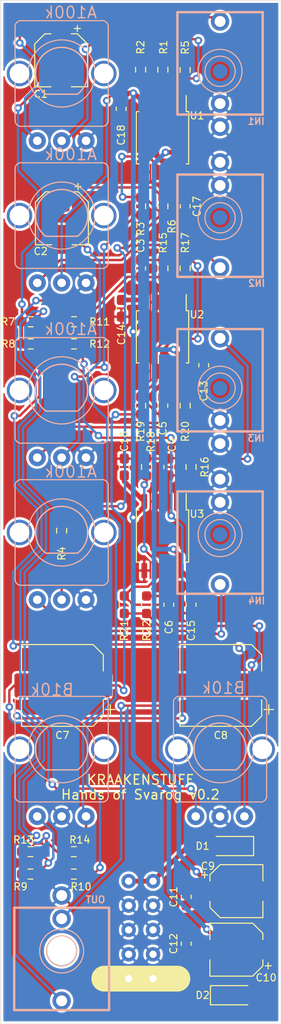
<source format=kicad_pcb>
(kicad_pcb (version 20171130) (host pcbnew "(5.1.9)-1")
  (layers (0 F.Cu signal) (31 B.Cu signal) (34 B.Paste user) (35 F.Paste user) (36 B.SilkS user) (37 F.SilkS user) (38 B.Mask user) (39 F.Mask user) (44 Edge.Cuts user))
  (net 0 "")
  (net 1 "Net-(C1-Pad2)")
  (net 2 "Net-(C1-Pad1)")
  (net 3 "Net-(C2-Pad1)")
  (net 4 "Net-(C2-Pad2)")
  (net 5 "Net-(C3-Pad1)")
  (net 6 "Net-(C3-Pad2)")
  (net 7 "Net-(C4-Pad2)")
  (net 8 "Net-(C4-Pad1)")
  (net 9 "Net-(C5-Pad2)")
  (net 10 "Net-(C5-Pad1)")
  (net 11 "Net-(C6-Pad1)")
  (net 12 "Net-(C6-Pad2)")
  (net 13 "Net-(C7-Pad1)")
  (net 14 "Net-(C7-Pad2)")
  (net 15 "Net-(C8-Pad2)")
  (net 16 "Net-(C8-Pad1)")
  (net 17 GND)
  (net 18 "Net-(J1-PadT)")
  (net 19 "Net-(J2-PadT)")
  (net 20 "Net-(J3-PadT)")
  (net 21 "Net-(J4-PadT)")
  (net 22 "Net-(R1-Pad2)")
  (net 23 "Net-(R1-Pad1)")
  (net 24 "Net-(R2-Pad2)")
  (net 25 "Net-(R3-Pad1)")
  (net 26 "Net-(R3-Pad2)")
  (net 27 "Net-(R4-Pad2)")
  (net 28 "Net-(R11-Pad2)")
  (net 29 "Net-(R12-Pad2)")
  (net 30 "Net-(R13-Pad2)")
  (net 31 "Net-(R10-Pad1)")
  (net 32 +12V)
  (net 33 -12V)
  (net 34 "Net-(D1-Pad2)")
  (net 35 "Net-(D2-Pad1)")
  (module Kraakenstuff:PJ301M-12-NoHole (layer B.Cu) (at 99.559837 36.8168 270)
    (fp_text reference J1 hide)
    (fp_text value IN1 (at 5.6134 -4.724563 180) (layer B.SilkS) (effects (font (size 0.7 0.7) (thickness 0.1524)) (justify left bottom mirror)))
    (pad HOLE smd circle (at 0 0 270) (size 1.524 1.524) (layers B.Cu))
    (pad T thru_hole circle (at -5.207 0 270) (size 1.9304 1.9304) (drill 1.143) (layers *.Cu *.Mask) (net 18 "Net-(J1-PadT)"))
    (pad S thru_hole circle (at 5.7658 0 270) (size 1.9304 1.9304) (drill 1.143) (layers *.Cu *.Mask) (net 17 GND))
    (pad TN thru_hole circle (at 3.3528 0 270) (size 1.9304 1.9304) (drill 1.143) (layers *.Cu *.Mask) (net 17 GND))
  )
  (module Kraakenstuff:PJ301M-12-NoHole (layer B.Cu) (at 99.559837 52.0568 90)
    (fp_text reference J2 hide)
    (fp_text value IN2 (at -7.239 2.844963 180) (layer B.SilkS) (effects (font (size 0.7 0.7) (thickness 0.1524)) (justify right bottom mirror)))
    (pad HOLE smd circle (at 0 0 90) (size 1.524 1.524) (layers B.Cu))
    (pad T thru_hole circle (at -5.207 0 90) (size 1.9304 1.9304) (drill 1.143) (layers *.Cu *.Mask) (net 19 "Net-(J2-PadT)"))
    (pad S thru_hole circle (at 5.7658 0 90) (size 1.9304 1.9304) (drill 1.143) (layers *.Cu *.Mask) (net 17 GND))
    (pad TN thru_hole circle (at 3.3528 0 90) (size 1.9304 1.9304) (drill 1.143) (layers *.Cu *.Mask) (net 17 GND))
  )
  (module Kraakenstuff:PJ301M-12-NoHole (layer B.Cu) (at 99.559837 69.8368 270)
    (fp_text reference J3 hide)
    (fp_text value IN3 (at 5.6134 -4.724563 180) (layer B.SilkS) (effects (font (size 0.7 0.7) (thickness 0.1524)) (justify left bottom mirror)))
    (pad HOLE smd circle (at 0 0 270) (size 1.524 1.524) (layers B.Cu))
    (pad T thru_hole circle (at -5.207 0 270) (size 1.9304 1.9304) (drill 1.143) (layers *.Cu *.Mask) (net 20 "Net-(J3-PadT)"))
    (pad S thru_hole circle (at 5.7658 0 270) (size 1.9304 1.9304) (drill 1.143) (layers *.Cu *.Mask) (net 17 GND))
    (pad TN thru_hole circle (at 3.3528 0 270) (size 1.9304 1.9304) (drill 1.143) (layers *.Cu *.Mask) (net 17 GND))
  )
  (module Kraakenstuff:PJ301M-12-NoHole (layer B.Cu) (at 99.559837 85.0768 90)
    (fp_text reference J4 hide)
    (fp_text value IN4 (at -7.3152 2.844963 180) (layer B.SilkS) (effects (font (size 0.7 0.7) (thickness 0.1524)) (justify right bottom mirror)))
    (pad HOLE smd circle (at 0 0 90) (size 1.524 1.524) (layers B.Cu))
    (pad T thru_hole circle (at -5.207 0 90) (size 1.9304 1.9304) (drill 1.143) (layers *.Cu *.Mask) (net 21 "Net-(J4-PadT)"))
    (pad S thru_hole circle (at 5.7658 0 90) (size 1.9304 1.9304) (drill 1.143) (layers *.Cu *.Mask) (net 17 GND))
    (pad TN thru_hole circle (at 3.3528 0 90) (size 1.9304 1.9304) (drill 1.143) (layers *.Cu *.Mask) (net 17 GND))
  )
  (module Kraakenstuff:PJ366ST (layer B.Cu) (at 83.049837 128.46 90)
    (fp_text reference J5 hide)
    (fp_text value OUT (at 4.9276 4.6228) (layer B.SilkS) (effects (font (size 0.7 0.7) (thickness 0.1524)) (justify left bottom mirror)))
    (pad T thru_hole circle (at -5.207 0 90) (size 1.9304 1.9304) (drill 1.143) (layers *.Cu *.Mask) (net 14 "Net-(C7-Pad2)"))
    (pad S thru_hole circle (at 5.7658 0 90) (size 1.9304 1.9304) (drill 1.143) (layers *.Cu *.Mask) (net 17 GND))
    (pad R thru_hole circle (at 3.3528 0 90) (size 1.9304 1.9304) (drill 1.143) (layers *.Cu *.Mask) (net 15 "Net-(C8-Pad2)"))
    (pad "" np_thru_hole circle (at 0 0 90) (size 3.2 3.2) (drill 3) (layers *.Cu *.Mask))
  )
  (module Kraakenstuff:POT-9MM-ALPHA (layer B.Cu) (at 83.05 51.839057)
    (fp_text reference RV2 hide)
    (fp_text value A100k (at -1.8796 -5.675057) (layer B.SilkS) (effects (font (size 1.2065 1.2065) (thickness 0.1524)) (justify right bottom mirror)))
    (pad 3 thru_hole circle (at -2.540163 7.012243 90) (size 1.8034 1.8034) (drill 0.889) (layers *.Cu *.Mask) (net 19 "Net-(J2-PadT)"))
    (pad 2 thru_hole circle (at -0.000163 7.012243 90) (size 1.8034 1.8034) (drill 0.889) (layers *.Cu *.Mask) (net 24 "Net-(R2-Pad2)"))
    (pad 1 thru_hole circle (at 2.539837 7.012243 90) (size 1.8034 1.8034) (drill 0.889) (layers *.Cu *.Mask) (net 17 GND))
    (pad 4 thru_hole circle (at 4.394037 0.001843) (size 2.667 2.667) (drill 2.0574) (layers *.Cu *.Mask))
    (pad 5 thru_hole circle (at -4.394363 0.001843) (size 2.667 2.667) (drill 2.0574) (layers *.Cu *.Mask))
  )
  (module Capacitor_SMD:CP_Elec_5x5.9 (layer F.Cu) (at 82.9992 35.6582 270)
    (fp_text reference C1 (at 3.5208 2.1336 180) (layer F.SilkS) (effects (font (size 0.75 0.75) (thickness 0.12))))
    (fp_text value 22u)
    (pad 2 smd roundrect (at 2.2 0 270) (size 3 1.6) (layers F.Cu F.Paste F.Mask) (roundrect_rratio 0.15625) (net 1 "Net-(C1-Pad2)"))
    (pad 1 smd roundrect (at -2.2 0 270) (size 3 1.6) (layers F.Cu F.Paste F.Mask) (roundrect_rratio 0.15625) (net 2 "Net-(C1-Pad1)"))
  )
  (module Capacitor_SMD:CP_Elec_5x5.9 (layer F.Cu) (at 83.0754 52.1232 270)
    (fp_text reference C2 (at 3.4388 2.2098 180) (layer F.SilkS) (effects (font (size 0.75 0.75) (thickness 0.12))))
    (fp_text value 22u)
    (pad 1 smd roundrect (at -2.2 0 270) (size 3 1.6) (layers F.Cu F.Paste F.Mask) (roundrect_rratio 0.15625) (net 3 "Net-(C2-Pad1)"))
    (pad 2 smd roundrect (at 2.2 0 270) (size 3 1.6) (layers F.Cu F.Paste F.Mask) (roundrect_rratio 0.15625) (net 4 "Net-(C2-Pad2)"))
  )
  (module Capacitor_SMD:C_0603_1608Metric_Pad1.05x0.95mm_HandSolder (layer F.Cu) (at 91.2796 57.34 270)
    (fp_text reference C3 (at -2.3622 0 90) (layer F.SilkS) (effects (font (size 0.75 0.75) (thickness 0.12))))
    (fp_text value 22p)
    (pad 1 smd roundrect (at -0.875 0 270) (size 1.05 0.95) (layers F.Cu F.Paste F.Mask) (net 5 "Net-(C3-Pad1)"))
    (pad 2 smd roundrect (at 0.875 0 270) (size 1.05 0.95) (layers F.Cu F.Paste F.Mask) (net 6 "Net-(C3-Pad2)"))
  )
  (module Capacitor_SMD:C_0603_1608Metric_Pad1.05x0.95mm_HandSolder (layer F.Cu) (at 94.217532 78.0391 270)
    (fp_text reference C4 (at -2.3095 -0.338668 90) (layer F.SilkS) (effects (font (size 0.75 0.75) (thickness 0.12))))
    (fp_text value 22p)
    (pad 2 smd roundrect (at 0.875 0 270) (size 1.05 0.95) (layers F.Cu F.Paste F.Mask) (net 7 "Net-(C4-Pad2)"))
    (pad 1 smd roundrect (at -0.875 0 270) (size 1.05 0.95) (layers F.Cu F.Paste F.Mask) (net 8 "Net-(C4-Pad1)"))
  )
  (module Capacitor_SMD:C_0603_1608Metric_Pad1.05x0.95mm_HandSolder (layer F.Cu) (at 93.599466 71.6402 270)
    (fp_text reference C5 (at 2.3622 0.008466 90) (layer F.SilkS) (effects (font (size 0.75 0.75) (thickness 0.12))))
    (fp_text value 47p)
    (pad 2 smd roundrect (at 0.875 0 270) (size 1.05 0.95) (layers F.Cu F.Paste F.Mask) (net 9 "Net-(C5-Pad2)"))
    (pad 1 smd roundrect (at -0.875 0 270) (size 1.05 0.95) (layers F.Cu F.Paste F.Mask) (net 10 "Net-(C5-Pad1)"))
  )
  (module Capacitor_SMD:C_0603_1608Metric_Pad1.05x0.95mm_HandSolder (layer F.Cu) (at 94.217532 92.392 270)
    (fp_text reference C6 (at 2.3368 -0.008468 90) (layer F.SilkS) (effects (font (size 0.75 0.75) (thickness 0.12))))
    (fp_text value 47p)
    (pad 1 smd roundrect (at -0.875 0 270) (size 1.05 0.95) (layers F.Cu F.Paste F.Mask) (net 11 "Net-(C6-Pad1)"))
    (pad 2 smd roundrect (at 0.875 0 270) (size 1.05 0.95) (layers F.Cu F.Paste F.Mask) (net 12 "Net-(C6-Pad2)"))
  )
  (module Capacitor_SMD:CP_Elec_8x10 (layer F.Cu) (at 83.1262 100.7994 180)
    (fp_text reference C7 (at 0 -5.2) (layer F.SilkS) (effects (font (size 0.75 0.75) (thickness 0.12))))
    (fp_text value 220u)
    (pad 1 smd roundrect (at -3.25 0 180) (size 3.5 2.5) (layers F.Cu F.Paste F.Mask) (roundrect_rratio 0.1) (net 13 "Net-(C7-Pad1)"))
    (pad 2 smd roundrect (at 3.25 0 180) (size 3.5 2.5) (layers F.Cu F.Paste F.Mask) (roundrect_rratio 0.1) (net 14 "Net-(C7-Pad2)"))
  )
  (module Capacitor_SMD:CP_Elec_8x10 (layer F.Cu) (at 99.6362 100.7994 180)
    (fp_text reference C8 (at 0 -5.2) (layer F.SilkS) (effects (font (size 0.75 0.75) (thickness 0.12))))
    (fp_text value 220u)
    (pad 2 smd roundrect (at 3.25 0 180) (size 3.5 2.5) (layers F.Cu F.Paste F.Mask) (roundrect_rratio 0.1) (net 15 "Net-(C8-Pad2)"))
    (pad 1 smd roundrect (at -3.25 0 180) (size 3.5 2.5) (layers F.Cu F.Paste F.Mask) (roundrect_rratio 0.1) (net 16 "Net-(C8-Pad1)"))
  )
  (module Capacitor_SMD:CP_Elec_5x5.9 (layer F.Cu) (at 101.2618 122.237)
    (fp_text reference C9 (at -2.9718 -2.6162) (layer F.SilkS) (effects (font (size 0.75 0.75) (thickness 0.12))))
    (fp_text value 10u)
    (pad 2 smd roundrect (at 2.2 0) (size 3 1.6) (layers F.Cu F.Paste F.Mask) (roundrect_rratio 0.15625) (net 17 GND))
    (pad 1 smd roundrect (at -2.2 0) (size 3 1.6) (layers F.Cu F.Paste F.Mask) (roundrect_rratio 0.15625) (net 32 +12V))
  )
  (module Capacitor_SMD:CP_Elec_5x5.9 (layer F.Cu) (at 101.2618 128.333 180)
    (fp_text reference C10 (at -3.0988 -2.921) (layer F.SilkS) (effects (font (size 0.75 0.75) (thickness 0.12))))
    (fp_text value 10u)
    (pad 1 smd roundrect (at -2.2 0 180) (size 3 1.6) (layers F.Cu F.Paste F.Mask) (roundrect_rratio 0.15625) (net 17 GND))
    (pad 2 smd roundrect (at 2.2 0 180) (size 3 1.6) (layers F.Cu F.Paste F.Mask) (roundrect_rratio 0.15625) (net 33 -12V))
  )
  (module Capacitor_SMD:C_0603_1608Metric_Pad1.05x0.95mm_HandSolder (layer F.Cu) (at 96.0294 122.8352 270)
    (fp_text reference C11 (at -0.0008 1.3128 90) (layer F.SilkS) (effects (font (size 0.75 0.75) (thickness 0.12))))
    (fp_text value 100n)
    (pad 2 smd roundrect (at 0.875 0 270) (size 1.05 0.95) (layers F.Cu F.Paste F.Mask) (net 32 +12V))
    (pad 1 smd roundrect (at -0.875 0 270) (size 1.05 0.95) (layers F.Cu F.Paste F.Mask) (net 17 GND))
  )
  (module Capacitor_SMD:C_0603_1608Metric_Pad1.05x0.95mm_HandSolder (layer F.Cu) (at 96.0294 127.712 90)
    (fp_text reference C12 (at 0 -1.3128 90) (layer F.SilkS) (effects (font (size 0.75 0.75) (thickness 0.12))))
    (fp_text value 100n)
    (pad 1 smd roundrect (at -0.875 0 90) (size 1.05 0.95) (layers F.Cu F.Paste F.Mask) (net 33 -12V))
    (pad 2 smd roundrect (at 0.875 0 90) (size 1.05 0.95) (layers F.Cu F.Paste F.Mask) (net 17 GND))
  )
  (module Capacitor_SMD:C_0603_1608Metric_Pad1.05x0.95mm_HandSolder (layer F.Cu) (at 97.8582 67.4352 270)
    (fp_text reference C13 (at 2.681 0 90) (layer F.SilkS) (effects (font (size 0.75 0.75) (thickness 0.12))))
    (fp_text value 100n)
    (pad 2 smd roundrect (at 0.875 0 270) (size 1.05 0.95) (layers F.Cu F.Paste F.Mask) (net 32 +12V))
    (pad 1 smd roundrect (at -0.875 0 270) (size 1.05 0.95) (layers F.Cu F.Paste F.Mask) (net 17 GND))
  )
  (module Capacitor_SMD:C_0603_1608Metric_Pad1.05x0.95mm_HandSolder (layer F.Cu) (at 89.273 61.5056 270)
    (fp_text reference C14 (at 2.7432 0 90) (layer F.SilkS) (effects (font (size 0.75 0.75) (thickness 0.12))))
    (fp_text value 100n)
    (pad 1 smd roundrect (at -0.875 0 270) (size 1.05 0.95) (layers F.Cu F.Paste F.Mask) (net 33 -12V))
    (pad 2 smd roundrect (at 0.875 0 270) (size 1.05 0.95) (layers F.Cu F.Paste F.Mask) (net 17 GND))
  )
  (module Capacitor_SMD:C_0603_1608Metric_Pad1.05x0.95mm_HandSolder (layer F.Cu) (at 96.5374 92.392 90)
    (fp_text reference C15 (at -2.6924 0 90) (layer F.SilkS) (effects (font (size 0.75 0.75) (thickness 0.12))))
    (fp_text value 100n)
    (pad 2 smd roundrect (at 0.875 0 90) (size 1.05 0.95) (layers F.Cu F.Paste F.Mask) (net 32 +12V))
    (pad 1 smd roundrect (at -0.875 0 90) (size 1.05 0.95) (layers F.Cu F.Paste F.Mask) (net 17 GND))
  )
  (module Capacitor_SMD:C_0603_1608Metric_Pad1.05x0.95mm_HandSolder (layer F.Cu) (at 89.5778 78.0391 90)
    (fp_text reference C16 (at 2.6905 0 90) (layer F.SilkS) (effects (font (size 0.75 0.75) (thickness 0.12))))
    (fp_text value 100n)
    (pad 1 smd roundrect (at -0.875 0 90) (size 1.05 0.95) (layers F.Cu F.Paste F.Mask) (net 33 -12V))
    (pad 2 smd roundrect (at 0.875 0 90) (size 1.05 0.95) (layers F.Cu F.Paste F.Mask) (net 17 GND))
  )
  (module Capacitor_SMD:C_0603_1608Metric_Pad1.05x0.95mm_HandSolder (layer F.Cu) (at 95.919332 50.8744 90)
    (fp_text reference C17 (at -0.014 1.227668 90) (layer F.SilkS) (effects (font (size 0.75 0.75) (thickness 0.12))))
    (fp_text value 100n)
    (pad 2 smd roundrect (at 0.875 0 90) (size 1.05 0.95) (layers F.Cu F.Paste F.Mask) (net 32 +12V))
    (pad 1 smd roundrect (at -0.875 0 90) (size 1.05 0.95) (layers F.Cu F.Paste F.Mask) (net 17 GND))
  )
  (module Capacitor_SMD:C_0603_1608Metric_Pad1.05x0.95mm_HandSolder (layer F.Cu) (at 89.2476 40.7144 270)
    (fp_text reference C18 (at 2.7318 0 90) (layer F.SilkS) (effects (font (size 0.75 0.75) (thickness 0.12))))
    (fp_text value 100n)
    (pad 1 smd roundrect (at -0.875 0 270) (size 1.05 0.95) (layers F.Cu F.Paste F.Mask) (net 33 -12V))
    (pad 2 smd roundrect (at 0.875 0 270) (size 1.05 0.95) (layers F.Cu F.Paste F.Mask) (net 17 GND))
  )
  (module Diode_SMD:D_SOD-123 (layer F.Cu) (at 100.8056 117.538 180)
    (fp_text reference D1 (at 3.0664 0) (layer F.SilkS) (effects (font (size 0.75 0.75) (thickness 0.12))))
    (fp_text value 1N5819)
    (pad 2 smd rect (at 1.65 0 180) (size 0.9 1.2) (layers F.Cu F.Paste F.Mask) (net 34 "Net-(D1-Pad2)"))
    (pad 1 smd rect (at -1.65 0 180) (size 0.9 1.2) (layers F.Cu F.Paste F.Mask) (net 32 +12V))
  )
  (module Diode_SMD:D_SOD-123 (layer F.Cu) (at 100.8056 133.0828)
    (fp_text reference D2 (at -3.0664 0) (layer F.SilkS) (effects (font (size 0.75 0.75) (thickness 0.12))))
    (fp_text value 1N5819)
    (pad 1 smd rect (at -1.65 0) (size 0.9 1.2) (layers F.Cu F.Paste F.Mask) (net 35 "Net-(D2-Pad1)"))
    (pad 2 smd rect (at 1.65 0) (size 0.9 1.2) (layers F.Cu F.Paste F.Mask) (net 33 -12V))
  )
  (module Kraakenstuff:EuroHeader10 (layer F.Cu) (at 91.305 126.2756 180)
    (fp_text reference J7 hide)
    (fp_text value EuroPower)
    (pad 1 thru_hole rect (at -1.27 -5.08 180) (size 1.524 1.524) (drill 0.762) (layers *.Cu *.Mask) (net 35 "Net-(D2-Pad1)"))
    (pad 2 thru_hole circle (at 1.27 -5.08 180) (size 1.524 1.524) (drill 0.762) (layers *.Cu *.Mask) (net 35 "Net-(D2-Pad1)"))
    (pad 3 thru_hole circle (at -1.27 -2.54 180) (size 1.524 1.524) (drill 0.762) (layers *.Cu *.Mask) (net 17 GND))
    (pad 4 thru_hole circle (at 1.27 -2.54 180) (size 1.524 1.524) (drill 0.762) (layers *.Cu *.Mask) (net 17 GND))
    (pad 5 thru_hole circle (at -1.27 0 180) (size 1.524 1.524) (drill 0.762) (layers *.Cu *.Mask) (net 17 GND))
    (pad 6 thru_hole circle (at 1.27 0 180) (size 1.524 1.524) (drill 0.762) (layers *.Cu *.Mask) (net 17 GND))
    (pad 7 thru_hole circle (at -1.27 2.54 180) (size 1.524 1.524) (drill 0.762) (layers *.Cu *.Mask) (net 17 GND))
    (pad 8 thru_hole circle (at 1.27 2.54 180) (size 1.524 1.524) (drill 0.762) (layers *.Cu *.Mask) (net 17 GND))
    (pad 9 thru_hole circle (at -1.27 5.08 180) (size 1.524 1.524) (drill 0.762) (layers *.Cu *.Mask) (net 34 "Net-(D1-Pad2)"))
    (pad 10 thru_hole circle (at 1.27 5.08 180) (size 1.524 1.524) (drill 0.762) (layers *.Cu *.Mask) (net 34 "Net-(D1-Pad2)"))
  )
  (module Resistor_SMD:R_0603_1608Metric_Pad0.98x0.95mm_HandSolder (layer F.Cu) (at 93.599466 36.6371 90)
    (fp_text reference R1 (at 2.3349 0.067734 90) (layer F.SilkS) (effects (font (size 0.75 0.75) (thickness 0.12))))
    (fp_text value 100k)
    (pad 2 smd roundrect (at 0.9125 0 90) (size 0.975 0.95) (layers F.Cu F.Paste F.Mask) (net 22 "Net-(R1-Pad2)"))
    (pad 1 smd roundrect (at -0.9125 0 90) (size 0.975 0.95) (layers F.Cu F.Paste F.Mask) (net 23 "Net-(R1-Pad1)"))
  )
  (module Resistor_SMD:R_0603_1608Metric_Pad0.98x0.95mm_HandSolder (layer F.Cu) (at 91.2796 36.6371 90)
    (fp_text reference R2 (at 2.3349 0 90) (layer F.SilkS) (effects (font (size 0.75 0.75) (thickness 0.12))))
    (fp_text value 100k)
    (pad 1 smd roundrect (at -0.9125 0 90) (size 0.975 0.95) (layers F.Cu F.Paste F.Mask) (net 23 "Net-(R1-Pad1)"))
    (pad 2 smd roundrect (at 0.9125 0 90) (size 0.975 0.95) (layers F.Cu F.Paste F.Mask) (net 24 "Net-(R2-Pad2)"))
  )
  (module Resistor_SMD:R_0603_1608Metric_Pad0.98x0.95mm_HandSolder (layer F.Cu) (at 91.2796 50.8744 270)
    (fp_text reference R3 (at 2.3508 0 90) (layer F.SilkS) (effects (font (size 0.75 0.75) (thickness 0.12))))
    (fp_text value 100k)
    (pad 1 smd roundrect (at -0.9125 0 270) (size 0.975 0.95) (layers F.Cu F.Paste F.Mask) (net 25 "Net-(R3-Pad1)"))
    (pad 2 smd roundrect (at 0.9125 0 270) (size 0.975 0.95) (layers F.Cu F.Paste F.Mask) (net 26 "Net-(R3-Pad2)"))
  )
  (module Resistor_SMD:R_0603_1608Metric_Pad0.98x0.95mm_HandSolder (layer F.Cu) (at 83.049837 84.6704 270)
    (fp_text reference R4 (at 2.3876 -0.000163 90) (layer F.SilkS) (effects (font (size 0.75 0.75) (thickness 0.12))))
    (fp_text value 100k)
    (pad 1 smd roundrect (at -0.9125 0 270) (size 0.975 0.95) (layers F.Cu F.Paste F.Mask) (net 25 "Net-(R3-Pad1)"))
    (pad 2 smd roundrect (at 0.9125 0 270) (size 0.975 0.95) (layers F.Cu F.Paste F.Mask) (net 27 "Net-(R4-Pad2)"))
  )
  (module Resistor_SMD:R_0603_1608Metric_Pad0.98x0.95mm_HandSolder (layer F.Cu) (at 95.919332 36.6663 90)
    (fp_text reference R5 (at 2.3387 0.008468 90) (layer F.SilkS) (effects (font (size 0.75 0.75) (thickness 0.12))))
    (fp_text value 100k)
    (pad 1 smd roundrect (at -0.9125 0 90) (size 0.975 0.95) (layers F.Cu F.Paste F.Mask) (net 2 "Net-(C1-Pad1)"))
    (pad 2 smd roundrect (at 0.9125 0 90) (size 0.975 0.95) (layers F.Cu F.Paste F.Mask) (net 23 "Net-(R1-Pad1)"))
  )
  (module Resistor_SMD:R_0603_1608Metric_Pad0.98x0.95mm_HandSolder (layer F.Cu) (at 93.599466 50.8744 270)
    (fp_text reference R6 (at 2.0968 -0.931334 90) (layer F.SilkS) (effects (font (size 0.75 0.75) (thickness 0.12))))
    (fp_text value 100k)
    (pad 2 smd roundrect (at 0.9125 0 270) (size 0.975 0.95) (layers F.Cu F.Paste F.Mask) (net 25 "Net-(R3-Pad1)"))
    (pad 1 smd roundrect (at -0.9125 0 270) (size 0.975 0.95) (layers F.Cu F.Paste F.Mask) (net 3 "Net-(C2-Pad1)"))
  )
  (module Resistor_SMD:R_0603_1608Metric_Pad0.98x0.95mm_HandSolder (layer F.Cu) (at 79.8223 62.9026 180)
    (fp_text reference R7 (at 2.3603 0) (layer F.SilkS) (effects (font (size 0.75 0.75) (thickness 0.12))))
    (fp_text value 10k)
    (pad 1 smd roundrect (at -0.9125 0 180) (size 0.975 0.95) (layers F.Cu F.Paste F.Mask) (net 28 "Net-(R11-Pad2)"))
    (pad 2 smd roundrect (at 0.9125 0 180) (size 0.975 0.95) (layers F.Cu F.Paste F.Mask) (net 1 "Net-(C1-Pad2)"))
  )
  (module Resistor_SMD:R_0603_1608Metric_Pad0.98x0.95mm_HandSolder (layer F.Cu) (at 79.8223 65.214 180)
    (fp_text reference R8 (at 2.3349 0) (layer F.SilkS) (effects (font (size 0.75 0.75) (thickness 0.12))))
    (fp_text value 10k)
    (pad 1 smd roundrect (at -0.9125 0 180) (size 0.975 0.95) (layers F.Cu F.Paste F.Mask) (net 29 "Net-(R12-Pad2)"))
    (pad 2 smd roundrect (at 0.9125 0 180) (size 0.975 0.95) (layers F.Cu F.Paste F.Mask) (net 1 "Net-(C1-Pad2)"))
  )
  (module Resistor_SMD:R_0603_1608Metric_Pad0.98x0.95mm_HandSolder (layer F.Cu) (at 79.7969 120.459 180)
    (fp_text reference R9 (at 1.0315 -1.3086) (layer F.SilkS) (effects (font (size 0.75 0.75) (thickness 0.12))))
    (fp_text value 10k)
    (pad 2 smd roundrect (at 0.9125 0 180) (size 0.975 0.95) (layers F.Cu F.Paste F.Mask) (net 4 "Net-(C2-Pad2)"))
    (pad 1 smd roundrect (at -0.9125 0 180) (size 0.975 0.95) (layers F.Cu F.Paste F.Mask) (net 30 "Net-(R13-Pad2)"))
  )
  (module Resistor_SMD:R_0603_1608Metric_Pad0.98x0.95mm_HandSolder (layer F.Cu) (at 84.3181 120.459)
    (fp_text reference R10 (at 0.7465 1.3086) (layer F.SilkS) (effects (font (size 0.75 0.75) (thickness 0.12))))
    (fp_text value 10k)
    (pad 1 smd roundrect (at -0.9125 0) (size 0.975 0.95) (layers F.Cu F.Paste F.Mask) (net 31 "Net-(R10-Pad1)"))
    (pad 2 smd roundrect (at 0.9125 0) (size 0.975 0.95) (layers F.Cu F.Paste F.Mask) (net 4 "Net-(C2-Pad2)"))
  )
  (module Resistor_SMD:R_0603_1608Metric_Pad0.98x0.95mm_HandSolder (layer F.Cu) (at 84.3435 62.9026 180)
    (fp_text reference R11 (at -2.6689 0) (layer F.SilkS) (effects (font (size 0.75 0.75) (thickness 0.12))))
    (fp_text value 10k)
    (pad 2 smd roundrect (at 0.9125 0 180) (size 0.975 0.95) (layers F.Cu F.Paste F.Mask) (net 28 "Net-(R11-Pad2)"))
    (pad 1 smd roundrect (at -0.9125 0 180) (size 0.975 0.95) (layers F.Cu F.Paste F.Mask) (net 6 "Net-(C3-Pad2)"))
  )
  (module Resistor_SMD:R_0603_1608Metric_Pad0.98x0.95mm_HandSolder (layer F.Cu) (at 84.3435 65.214 180)
    (fp_text reference R12 (at -2.6689 0) (layer F.SilkS) (effects (font (size 0.75 0.75) (thickness 0.12))))
    (fp_text value 10k)
    (pad 1 smd roundrect (at -0.9125 0 180) (size 0.975 0.95) (layers F.Cu F.Paste F.Mask) (net 7 "Net-(C4-Pad2)"))
    (pad 2 smd roundrect (at 0.9125 0 180) (size 0.975 0.95) (layers F.Cu F.Paste F.Mask) (net 29 "Net-(R12-Pad2)"))
  )
  (module Resistor_SMD:R_0603_1608Metric_Pad0.98x0.95mm_HandSolder (layer F.Cu) (at 79.7969 118.1222)
    (fp_text reference R13 (at -0.7013 -1.2314) (layer F.SilkS) (effects (font (size 0.75 0.75) (thickness 0.12))))
    (fp_text value 10k)
    (pad 2 smd roundrect (at 0.9125 0) (size 0.975 0.95) (layers F.Cu F.Paste F.Mask) (net 30 "Net-(R13-Pad2)"))
    (pad 1 smd roundrect (at -0.9125 0) (size 0.975 0.95) (layers F.Cu F.Paste F.Mask) (net 6 "Net-(C3-Pad2)"))
  )
  (module Resistor_SMD:R_0603_1608Metric_Pad0.98x0.95mm_HandSolder (layer F.Cu) (at 84.3181 118.1222)
    (fp_text reference R14 (at 0.6195 -1.2314) (layer F.SilkS) (effects (font (size 0.75 0.75) (thickness 0.12))))
    (fp_text value 10k)
    (pad 1 smd roundrect (at -0.9125 0) (size 0.975 0.95) (layers F.Cu F.Paste F.Mask) (net 7 "Net-(C4-Pad2)"))
    (pad 2 smd roundrect (at 0.9125 0) (size 0.975 0.95) (layers F.Cu F.Paste F.Mask) (net 31 "Net-(R10-Pad1)"))
  )
  (module Resistor_SMD:R_0603_1608Metric_Pad0.98x0.95mm_HandSolder (layer F.Cu) (at 93.599466 57.34 270)
    (fp_text reference R15 (at -2.667 -0.016934 90) (layer F.SilkS) (effects (font (size 0.75 0.75) (thickness 0.12))))
    (fp_text value 12k)
    (pad 2 smd roundrect (at 0.9125 0 270) (size 0.975 0.95) (layers F.Cu F.Paste F.Mask) (net 6 "Net-(C3-Pad2)"))
    (pad 1 smd roundrect (at -0.9125 0 270) (size 0.975 0.95) (layers F.Cu F.Paste F.Mask) (net 5 "Net-(C3-Pad1)"))
  )
  (module Resistor_SMD:R_0603_1608Metric_Pad0.98x0.95mm_HandSolder (layer F.Cu) (at 96.5374 78.0391 270)
    (fp_text reference R16 (at 0 -1.43 90) (layer F.SilkS) (effects (font (size 0.75 0.75) (thickness 0.12))))
    (fp_text value 12k)
    (pad 1 smd roundrect (at -0.9125 0 270) (size 0.975 0.95) (layers F.Cu F.Paste F.Mask) (net 8 "Net-(C4-Pad1)"))
    (pad 2 smd roundrect (at 0.9125 0 270) (size 0.975 0.95) (layers F.Cu F.Paste F.Mask) (net 7 "Net-(C4-Pad2)"))
  )
  (module Resistor_SMD:R_0603_1608Metric_Pad0.98x0.95mm_HandSolder (layer F.Cu) (at 95.919332 57.34 270)
    (fp_text reference R17 (at -2.667 -0.008468 90) (layer F.SilkS) (effects (font (size 0.75 0.75) (thickness 0.12))))
    (fp_text value 10k)
    (pad 2 smd roundrect (at 0.9125 0 270) (size 0.975 0.95) (layers F.Cu F.Paste F.Mask) (net 5 "Net-(C3-Pad1)"))
    (pad 1 smd roundrect (at -0.9125 0 270) (size 0.975 0.95) (layers F.Cu F.Paste F.Mask) (net 9 "Net-(C5-Pad2)"))
  )
  (module Resistor_SMD:R_0603_1608Metric_Pad0.98x0.95mm_HandSolder (layer F.Cu) (at 91.897666 78.0391 90)
    (fp_text reference R18 (at 2.6397 0.448734 90) (layer F.SilkS) (effects (font (size 0.75 0.75) (thickness 0.12))))
    (fp_text value 10k)
    (pad 2 smd roundrect (at 0.9125 0 90) (size 0.975 0.95) (layers F.Cu F.Paste F.Mask) (net 8 "Net-(C4-Pad1)"))
    (pad 1 smd roundrect (at -0.9125 0 90) (size 0.975 0.95) (layers F.Cu F.Paste F.Mask) (net 12 "Net-(C6-Pad2)"))
  )
  (module Resistor_SMD:R_0603_1608Metric_Pad0.98x0.95mm_HandSolder (layer F.Cu) (at 91.2796 71.6402 90)
    (fp_text reference R19 (at -2.6924 0 90) (layer F.SilkS) (effects (font (size 0.75 0.75) (thickness 0.12))))
    (fp_text value 10k)
    (pad 1 smd roundrect (at -0.9125 0 90) (size 0.975 0.95) (layers F.Cu F.Paste F.Mask) (net 13 "Net-(C7-Pad1)"))
    (pad 2 smd roundrect (at 0.9125 0 90) (size 0.975 0.95) (layers F.Cu F.Paste F.Mask) (net 9 "Net-(C5-Pad2)"))
  )
  (module Resistor_SMD:R_0603_1608Metric_Pad0.98x0.95mm_HandSolder (layer F.Cu) (at 95.919332 71.6402 90)
    (fp_text reference R20 (at -2.6924 0.008468 90) (layer F.SilkS) (effects (font (size 0.75 0.75) (thickness 0.12))))
    (fp_text value 100R)
    (pad 2 smd roundrect (at 0.9125 0 90) (size 0.975 0.95) (layers F.Cu F.Paste F.Mask) (net 10 "Net-(C5-Pad1)"))
    (pad 1 smd roundrect (at -0.9125 0 90) (size 0.975 0.95) (layers F.Cu F.Paste F.Mask) (net 13 "Net-(C7-Pad1)"))
  )
  (module Resistor_SMD:R_0603_1608Metric_Pad0.98x0.95mm_HandSolder (layer F.Cu) (at 89.5778 92.392 90)
    (fp_text reference R21 (at -2.6924 0 90) (layer F.SilkS) (effects (font (size 0.75 0.75) (thickness 0.12))))
    (fp_text value 10k)
    (pad 2 smd roundrect (at 0.9125 0 90) (size 0.975 0.95) (layers F.Cu F.Paste F.Mask) (net 12 "Net-(C6-Pad2)"))
    (pad 1 smd roundrect (at -0.9125 0 90) (size 0.975 0.95) (layers F.Cu F.Paste F.Mask) (net 16 "Net-(C8-Pad1)"))
  )
  (module Resistor_SMD:R_0603_1608Metric_Pad0.98x0.95mm_HandSolder (layer F.Cu) (at 91.897666 92.392 90)
    (fp_text reference R22 (at -2.6924 0.016934 90) (layer F.SilkS) (effects (font (size 0.75 0.75) (thickness 0.12))))
    (fp_text value 100R)
    (pad 2 smd roundrect (at 0.9125 0 90) (size 0.975 0.95) (layers F.Cu F.Paste F.Mask) (net 11 "Net-(C6-Pad1)"))
    (pad 1 smd roundrect (at -0.9125 0 90) (size 0.975 0.95) (layers F.Cu F.Paste F.Mask) (net 16 "Net-(C8-Pad1)"))
  )
  (module Kraakenstuff:POT-9MM-ALPHA (layer B.Cu) (at 83.05 37.030856)
    (fp_text reference RV1 hide)
    (fp_text value A100k (at -1.8796 -5.649656) (layer B.SilkS) (effects (font (size 1.2065 1.2065) (thickness 0.1524)) (justify right bottom mirror)))
    (pad 5 thru_hole circle (at -4.394363 0.001843) (size 2.667 2.667) (drill 2.0574) (layers *.Cu *.Mask))
    (pad 4 thru_hole circle (at 4.394037 0.001843) (size 2.667 2.667) (drill 2.0574) (layers *.Cu *.Mask))
    (pad 1 thru_hole circle (at 2.539837 7.012243 90) (size 1.8034 1.8034) (drill 0.889) (layers *.Cu *.Mask) (net 17 GND))
    (pad 2 thru_hole circle (at -0.000163 7.012243 90) (size 1.8034 1.8034) (drill 0.889) (layers *.Cu *.Mask) (net 22 "Net-(R1-Pad2)"))
    (pad 3 thru_hole circle (at -2.540163 7.012243 90) (size 1.8034 1.8034) (drill 0.889) (layers *.Cu *.Mask) (net 18 "Net-(J1-PadT)"))
  )
  (module Kraakenstuff:POT-9MM-ALPHA (layer B.Cu) (at 83.05 70.050856)
    (fp_text reference RV3 hide)
    (fp_text value A100k (at -1.8796 -5.675056) (layer B.SilkS) (effects (font (size 1.2065 1.2065) (thickness 0.1524)) (justify right bottom mirror)))
    (pad 5 thru_hole circle (at -4.394363 0.001843) (size 2.667 2.667) (drill 2.0574) (layers *.Cu *.Mask))
    (pad 4 thru_hole circle (at 4.394037 0.001843) (size 2.667 2.667) (drill 2.0574) (layers *.Cu *.Mask))
    (pad 1 thru_hole circle (at 2.539837 7.012243 90) (size 1.8034 1.8034) (drill 0.889) (layers *.Cu *.Mask) (net 17 GND))
    (pad 2 thru_hole circle (at -0.000163 7.012243 90) (size 1.8034 1.8034) (drill 0.889) (layers *.Cu *.Mask) (net 26 "Net-(R3-Pad2)"))
    (pad 3 thru_hole circle (at -2.540163 7.012243 90) (size 1.8034 1.8034) (drill 0.889) (layers *.Cu *.Mask) (net 20 "Net-(J3-PadT)"))
  )
  (module Kraakenstuff:POT-9MM-ALPHA (layer B.Cu) (at 83.05 84.859057)
    (fp_text reference RV4 hide)
    (fp_text value A100k (at -1.8796 -5.624257) (layer B.SilkS) (effects (font (size 1.2065 1.2065) (thickness 0.1524)) (justify right bottom mirror)))
    (pad 3 thru_hole circle (at -2.540163 7.012243 90) (size 1.8034 1.8034) (drill 0.889) (layers *.Cu *.Mask) (net 21 "Net-(J4-PadT)"))
    (pad 2 thru_hole circle (at -0.000163 7.012243 90) (size 1.8034 1.8034) (drill 0.889) (layers *.Cu *.Mask) (net 27 "Net-(R4-Pad2)"))
    (pad 1 thru_hole circle (at 2.539837 7.012243 90) (size 1.8034 1.8034) (drill 0.889) (layers *.Cu *.Mask) (net 17 GND))
    (pad 4 thru_hole circle (at 4.394037 0.001843) (size 2.667 2.667) (drill 2.0574) (layers *.Cu *.Mask))
    (pad 5 thru_hole circle (at -4.394363 0.001843) (size 2.667 2.667) (drill 2.0574) (layers *.Cu *.Mask))
  )
  (module Kraakenstuff:POT-9MM-ALPHA (layer B.Cu) (at 99.56 107.4415)
    (fp_text reference RV5 hide)
    (fp_text value B10k (at -1.9812 -5.6769) (layer B.SilkS) (effects (font (size 1.2065 1.2065) (thickness 0.1524)) (justify right bottom mirror)))
    (pad 5 thru_hole circle (at -4.394363 0.001843) (size 2.667 2.667) (drill 2.0574) (layers *.Cu *.Mask))
    (pad 4 thru_hole circle (at 4.394037 0.001843) (size 2.667 2.667) (drill 2.0574) (layers *.Cu *.Mask))
    (pad 1 thru_hole circle (at 2.539837 7.012243 90) (size 1.8034 1.8034) (drill 0.889) (layers *.Cu *.Mask) (net 29 "Net-(R12-Pad2)"))
    (pad 2 thru_hole circle (at -0.000163 7.012243 90) (size 1.8034 1.8034) (drill 0.889) (layers *.Cu *.Mask) (net 17 GND))
    (pad 3 thru_hole circle (at -2.540163 7.012243 90) (size 1.8034 1.8034) (drill 0.889) (layers *.Cu *.Mask) (net 28 "Net-(R11-Pad2)"))
  )
  (module Kraakenstuff:POT-9MM-ALPHA (layer B.Cu) (at 83.05 107.4415)
    (fp_text reference RV6 hide)
    (fp_text value B10k (at -3.3274 -5.4864) (layer B.SilkS) (effects (font (size 1.2065 1.2065) (thickness 0.1524)) (justify right bottom mirror)))
    (pad 5 thru_hole circle (at -4.394363 0.001843) (size 2.667 2.667) (drill 2.0574) (layers *.Cu *.Mask))
    (pad 4 thru_hole circle (at 4.394037 0.001843) (size 2.667 2.667) (drill 2.0574) (layers *.Cu *.Mask))
    (pad 1 thru_hole circle (at 2.539837 7.012243 90) (size 1.8034 1.8034) (drill 0.889) (layers *.Cu *.Mask) (net 31 "Net-(R10-Pad1)"))
    (pad 2 thru_hole circle (at -0.000163 7.012243 90) (size 1.8034 1.8034) (drill 0.889) (layers *.Cu *.Mask) (net 17 GND))
    (pad 3 thru_hole circle (at -2.540163 7.012243 90) (size 1.8034 1.8034) (drill 0.889) (layers *.Cu *.Mask) (net 30 "Net-(R13-Pad2)"))
  )
  (module Package_SO:SOIC-8_5.23x5.23mm_P1.27mm (layer F.Cu) (at 93.5656 43.7256 270)
    (fp_text reference U1 (at -2.2982 -3.5894 180) (layer F.SilkS) (effects (font (size 0.75 0.75) (thickness 0.12))))
    (fp_text value TL072)
    (pad 1 smd roundrect (at -3.6 -1.905 270) (size 1.6 0.6) (layers F.Cu F.Paste F.Mask) (net 2 "Net-(C1-Pad1)"))
    (pad 2 smd roundrect (at -3.6 -0.635 270) (size 1.6 0.6) (layers F.Cu F.Paste F.Mask) (net 23 "Net-(R1-Pad1)"))
    (pad 3 smd roundrect (at -3.6 0.635 270) (size 1.6 0.6) (layers F.Cu F.Paste F.Mask) (net 17 GND))
    (pad 4 smd roundrect (at -3.6 1.905 270) (size 1.6 0.6) (layers F.Cu F.Paste F.Mask) (net 33 -12V))
    (pad 5 smd roundrect (at 3.6 1.905 270) (size 1.6 0.6) (layers F.Cu F.Paste F.Mask) (net 17 GND))
    (pad 6 smd roundrect (at 3.6 0.635 270) (size 1.6 0.6) (layers F.Cu F.Paste F.Mask) (net 25 "Net-(R3-Pad1)"))
    (pad 7 smd roundrect (at 3.6 -0.635 270) (size 1.6 0.6) (layers F.Cu F.Paste F.Mask) (net 3 "Net-(C2-Pad1)"))
    (pad 8 smd roundrect (at 3.6 -1.905 270) (size 1.6 0.6) (layers F.Cu F.Paste F.Mask) (net 32 +12V))
  )
  (module Package_SO:SOIC-8_5.23x5.23mm_P1.27mm (layer F.Cu) (at 93.5656 64.4774 270)
    (fp_text reference U2 (at -2.3236 -3.5894 180) (layer F.SilkS) (effects (font (size 0.75 0.75) (thickness 0.12))))
    (fp_text value NJM2068)
    (pad 1 smd roundrect (at -3.6 -1.905 270) (size 1.6 0.6) (layers F.Cu F.Paste F.Mask) (net 5 "Net-(C3-Pad1)"))
    (pad 2 smd roundrect (at -3.6 -0.635 270) (size 1.6 0.6) (layers F.Cu F.Paste F.Mask) (net 6 "Net-(C3-Pad2)"))
    (pad 3 smd roundrect (at -3.6 0.635 270) (size 1.6 0.6) (layers F.Cu F.Paste F.Mask) (net 17 GND))
    (pad 4 smd roundrect (at -3.6 1.905 270) (size 1.6 0.6) (layers F.Cu F.Paste F.Mask) (net 33 -12V))
    (pad 5 smd roundrect (at 3.6 1.905 270) (size 1.6 0.6) (layers F.Cu F.Paste F.Mask) (net 17 GND))
    (pad 6 smd roundrect (at 3.6 0.635 270) (size 1.6 0.6) (layers F.Cu F.Paste F.Mask) (net 9 "Net-(C5-Pad2)"))
    (pad 7 smd roundrect (at 3.6 -0.635 270) (size 1.6 0.6) (layers F.Cu F.Paste F.Mask) (net 10 "Net-(C5-Pad1)"))
    (pad 8 smd roundrect (at 3.6 -1.905 270) (size 1.6 0.6) (layers F.Cu F.Paste F.Mask) (net 32 +12V))
  )
  (module Package_SO:SOIC-8_5.23x5.23mm_P1.27mm (layer F.Cu) (at 93.5656 85.2292 270)
    (fp_text reference U3 (at -2.2982 -3.5894 180) (layer F.SilkS) (effects (font (size 0.75 0.75) (thickness 0.12))))
    (fp_text value NJM2068)
    (pad 8 smd roundrect (at 3.6 -1.905 270) (size 1.6 0.6) (layers F.Cu F.Paste F.Mask) (net 32 +12V))
    (pad 7 smd roundrect (at 3.6 -0.635 270) (size 1.6 0.6) (layers F.Cu F.Paste F.Mask) (net 11 "Net-(C6-Pad1)"))
    (pad 6 smd roundrect (at 3.6 0.635 270) (size 1.6 0.6) (layers F.Cu F.Paste F.Mask) (net 12 "Net-(C6-Pad2)"))
    (pad 5 smd roundrect (at 3.6 1.905 270) (size 1.6 0.6) (layers F.Cu F.Paste F.Mask) (net 17 GND))
    (pad 4 smd roundrect (at -3.6 1.905 270) (size 1.6 0.6) (layers F.Cu F.Paste F.Mask) (net 33 -12V))
    (pad 3 smd roundrect (at -3.6 0.635 270) (size 1.6 0.6) (layers F.Cu F.Paste F.Mask) (net 17 GND))
    (pad 2 smd roundrect (at -3.6 -0.635 270) (size 1.6 0.6) (layers F.Cu F.Paste F.Mask) (net 7 "Net-(C4-Pad2)"))
    (pad 1 smd roundrect (at -3.6 -1.905 270) (size 1.6 0.6) (layers F.Cu F.Paste F.Mask) (net 8 "Net-(C4-Pad1)"))
  )
  (gr_text "Hands of Svarog v0.2" (at 91.254037 112.1786) (layer F.SilkS) (effects (font (size 1 1))))
  (gr_text KRAAKENSTUFF (at 91.254037 110.6292) (layer F.SilkS) (effects (font (size 1 1))))
  (gr_line (start 76.7 136.08) (end 76.7 29.4) (layer Edge.Cuts) (width 0.05))
  (gr_line (start 105.91 136.08) (end 76.7 136.08) (layer Edge.Cuts) (width 0.05))
  (gr_line (start 105.91 29.4) (end 105.91 136.08) (layer Edge.Cuts) (width 0.05))
  (gr_line (start 76.7 29.4) (end 105.91 29.4) (layer Edge.Cuts) (width 0.05))
  (via (at 78.5034 40.6268) (size 0.8) (drill 0.4) (layers F.Cu B.Cu) (net 1))
  (segment (start 81.272 37.8582) (end 78.5034 40.6268) (width 0.25) (layer F.Cu) (net 1))
  (segment (start 82.9992 37.8582) (end 81.272 37.8582) (width 0.25) (layer F.Cu) (net 1))
  (segment (start 78.9098 65.1886) (end 78.8844 65.214) (width 0.25) (layer F.Cu) (net 1))
  (segment (start 78.9098 62.9026) (end 78.9098 65.214) (width 0.25) (layer F.Cu) (net 1))
  (via (at 78.909798 61.0738) (size 0.8) (drill 0.4) (layers F.Cu B.Cu) (net 1))
  (segment (start 78.9098 61.073802) (end 78.909798 61.0738) (width 0.25) (layer F.Cu) (net 1))
  (segment (start 78.9098 62.9026) (end 78.9098 61.073802) (width 0.25) (layer F.Cu) (net 1))
  (segment (start 78.909798 55.739802) (end 78.909798 61.0738) (width 0.25) (layer B.Cu) (net 1))
  (segment (start 80.5862 54.0634) (end 78.909798 55.739802) (width 0.25) (layer B.Cu) (net 1))
  (segment (start 80.5862 49.2628) (end 80.5862 54.0634) (width 0.25) (layer B.Cu) (net 1))
  (segment (start 78.5034 47.18) (end 80.5862 49.2628) (width 0.25) (layer B.Cu) (net 1))
  (segment (start 78.5034 40.6268) (end 78.5034 47.18) (width 0.25) (layer B.Cu) (net 1))
  (via (at 97.2994 33.591) (size 0.8) (drill 0.4) (layers F.Cu B.Cu) (net 2))
  (segment (start 97.1666 33.4582) (end 97.2994 33.591) (width 0.25) (layer F.Cu) (net 2))
  (segment (start 82.9992 33.4582) (end 97.1666 33.4582) (width 0.25) (layer F.Cu) (net 2))
  (via (at 97.0962 37.5534) (size 0.8) (drill 0.4) (layers F.Cu B.Cu) (net 2))
  (segment (start 97.2994 37.3502) (end 97.0962 37.5534) (width 0.25) (layer B.Cu) (net 2))
  (segment (start 97.2994 33.591) (end 97.2994 37.3502) (width 0.25) (layer B.Cu) (net 2))
  (segment (start 95.944732 37.5534) (end 95.919332 37.5788) (width 0.25) (layer F.Cu) (net 2))
  (segment (start 97.0962 37.5534) (end 95.944732 37.5534) (width 0.25) (layer F.Cu) (net 2))
  (segment (start 95.4706 38.027532) (end 95.919332 37.5788) (width 0.25) (layer F.Cu) (net 2))
  (segment (start 95.4706 40.1256) (end 95.4706 38.027532) (width 0.25) (layer F.Cu) (net 2))
  (segment (start 94.2006 49.360766) (end 93.599466 49.9619) (width 0.25) (layer F.Cu) (net 3))
  (segment (start 94.2006 47.3256) (end 94.2006 49.360766) (width 0.25) (layer F.Cu) (net 3))
  (segment (start 92.544766 48.9072) (end 93.599466 49.9619) (width 0.25) (layer F.Cu) (net 3))
  (segment (start 84.0914 48.9072) (end 92.544766 48.9072) (width 0.25) (layer F.Cu) (net 3))
  (segment (start 83.0754 49.9232) (end 84.0914 48.9072) (width 0.25) (layer F.Cu) (net 3))
  (via (at 85.7424 55.3842) (size 0.8) (drill 0.4) (layers F.Cu B.Cu) (net 4))
  (segment (start 84.6814 54.3232) (end 83.0754 54.3232) (width 0.25) (layer F.Cu) (net 4))
  (segment (start 85.7424 55.3842) (end 84.6814 54.3232) (width 0.25) (layer F.Cu) (net 4))
  (segment (start 84.3538 121.3358) (end 85.2306 120.459) (width 0.25) (layer F.Cu) (net 4))
  (segment (start 79.7612 121.3358) (end 84.3538 121.3358) (width 0.25) (layer F.Cu) (net 4))
  (segment (start 78.8844 120.459) (end 79.7612 121.3358) (width 0.25) (layer F.Cu) (net 4))
  (segment (start 85.2306 120.459) (end 86.3732 120.459) (width 0.25) (layer F.Cu) (net 4))
  (segment (start 87.01959 56.66139) (end 87.01959 67.068622) (width 0.25) (layer B.Cu) (net 4))
  (segment (start 85.778822 71.014812) (end 87.7998 73.03579) (width 0.25) (layer B.Cu) (net 4))
  (segment (start 88.7142 102.12161) (end 85.735211 105.100599) (width 0.25) (layer B.Cu) (net 4))
  (via (at 87.0458 119.7864) (size 0.8) (drill 0.4) (layers F.Cu B.Cu) (net 4))
  (segment (start 85.7424 55.3842) (end 87.01959 56.66139) (width 0.25) (layer B.Cu) (net 4))
  (segment (start 85.778822 68.30939) (end 85.778822 71.014812) (width 0.25) (layer B.Cu) (net 4))
  (segment (start 88.7142 86.045319) (end 88.7142 102.12161) (width 0.25) (layer B.Cu) (net 4))
  (segment (start 85.735211 111.179401) (end 87.0458 112.48999) (width 0.25) (layer B.Cu) (net 4))
  (segment (start 86.3732 120.459) (end 87.0458 119.7864) (width 0.25) (layer F.Cu) (net 4))
  (segment (start 87.0458 112.48999) (end 87.0458 119.7864) (width 0.25) (layer B.Cu) (net 4))
  (segment (start 89.102538 85.656981) (end 88.7142 86.045319) (width 0.25) (layer B.Cu) (net 4))
  (segment (start 87.01959 67.068622) (end 85.778822 68.30939) (width 0.25) (layer B.Cu) (net 4))
  (segment (start 89.102538 84.064819) (end 89.102538 85.656981) (width 0.25) (layer B.Cu) (net 4))
  (segment (start 87.7998 82.762081) (end 89.102538 84.064819) (width 0.25) (layer B.Cu) (net 4))
  (segment (start 85.735211 105.100599) (end 85.735211 111.179401) (width 0.25) (layer B.Cu) (net 4))
  (segment (start 87.7998 73.03579) (end 87.7998 82.762081) (width 0.25) (layer B.Cu) (net 4))
  (segment (start 93.561966 56.465) (end 93.599466 56.4275) (width 0.25) (layer F.Cu) (net 5))
  (segment (start 91.2796 56.465) (end 93.561966 56.465) (width 0.25) (layer F.Cu) (net 5))
  (segment (start 94.094332 56.4275) (end 95.919332 58.2525) (width 0.25) (layer F.Cu) (net 5))
  (segment (start 93.599466 56.4275) (end 94.094332 56.4275) (width 0.25) (layer F.Cu) (net 5))
  (segment (start 95.4706 58.701232) (end 95.919332 58.2525) (width 0.25) (layer F.Cu) (net 5))
  (segment (start 95.4706 60.8774) (end 95.4706 58.701232) (width 0.25) (layer F.Cu) (net 5))
  (segment (start 94.2006 58.853634) (end 93.599466 58.2525) (width 0.25) (layer F.Cu) (net 6))
  (segment (start 94.2006 60.8774) (end 94.2006 58.853634) (width 0.25) (layer F.Cu) (net 6))
  (segment (start 91.3171 58.2525) (end 91.2796 58.215) (width 0.25) (layer F.Cu) (net 6))
  (segment (start 93.599466 58.2525) (end 91.3171 58.2525) (width 0.25) (layer F.Cu) (net 6))
  (segment (start 89.9436 58.215) (end 85.256 62.9026) (width 0.25) (layer F.Cu) (net 6))
  (segment (start 91.2796 58.215) (end 89.9436 58.215) (width 0.25) (layer F.Cu) (net 6))
  (via (at 80.383 60.6928) (size 0.8) (drill 0.4) (layers F.Cu B.Cu) (net 6))
  (segment (start 83.0462 60.6928) (end 80.383 60.6928) (width 0.25) (layer F.Cu) (net 6))
  (segment (start 85.256 62.9026) (end 83.0462 60.6928) (width 0.25) (layer F.Cu) (net 6))
  (via (at 80.432752 116.432016) (size 0.8) (drill 0.4) (layers F.Cu B.Cu) (net 6))
  (segment (start 78.8844 117.980368) (end 80.432752 116.432016) (width 0.25) (layer F.Cu) (net 6))
  (segment (start 78.8844 118.1222) (end 78.8844 117.980368) (width 0.25) (layer F.Cu) (net 6))
  (segment (start 80.008416 116.432016) (end 80.432752 116.432016) (width 0.25) (layer B.Cu) (net 6))
  (segment (start 79.081222 115.504822) (end 80.008416 116.432016) (width 0.25) (layer B.Cu) (net 6))
  (segment (start 78.747189 103.256778) (end 81.21416 105.723749) (width 0.25) (layer B.Cu) (net 6))
  (segment (start 81.21416 105.723749) (end 81.21416 108.612224) (width 0.25) (layer B.Cu) (net 6))
  (segment (start 78.747189 88.8194) (end 78.747189 103.256778) (width 0.25) (layer B.Cu) (net 6))
  (segment (start 80.956986 86.609604) (end 78.747189 88.8194) (width 0.25) (layer B.Cu) (net 6))
  (segment (start 80.956987 82.2232) (end 80.956986 86.609604) (width 0.25) (layer B.Cu) (net 6))
  (segment (start 78.572411 79.838622) (end 80.956987 82.2232) (width 0.25) (layer B.Cu) (net 6))
  (segment (start 78.572411 73.779578) (end 78.572411 79.838622) (width 0.25) (layer B.Cu) (net 6))
  (segment (start 81.21416 108.612224) (end 79.081222 110.745162) (width 0.25) (layer B.Cu) (net 6))
  (segment (start 79.081222 110.745162) (end 79.081222 115.504822) (width 0.25) (layer B.Cu) (net 6))
  (segment (start 78.307389 62.768411) (end 78.307389 66.802192) (width 0.25) (layer B.Cu) (net 6))
  (segment (start 80.364787 71.987203) (end 78.572411 73.779578) (width 0.25) (layer B.Cu) (net 6))
  (segment (start 78.307389 66.802192) (end 80.364787 68.859589) (width 0.25) (layer B.Cu) (net 6))
  (segment (start 80.383 60.6928) (end 78.307389 62.768411) (width 0.25) (layer B.Cu) (net 6))
  (segment (start 80.364787 68.859589) (end 80.364787 71.987203) (width 0.25) (layer B.Cu) (net 6))
  (segment (start 94.2006 78.931032) (end 94.217532 78.9141) (width 0.25) (layer F.Cu) (net 7))
  (segment (start 94.2006 81.6292) (end 94.2006 78.931032) (width 0.25) (layer F.Cu) (net 7))
  (segment (start 96.4999 78.9141) (end 96.5374 78.9516) (width 0.25) (layer F.Cu) (net 7))
  (segment (start 94.217532 78.9141) (end 96.4999 78.9141) (width 0.25) (layer F.Cu) (net 7))
  (via (at 94.48 83.121) (size 0.8) (drill 0.4) (layers F.Cu B.Cu) (net 7))
  (segment (start 94.2006 82.8416) (end 94.48 83.121) (width 0.25) (layer F.Cu) (net 7))
  (segment (start 94.2006 81.6292) (end 94.2006 82.8416) (width 0.25) (layer F.Cu) (net 7))
  (via (at 94.4292 74.993) (size 0.8) (drill 0.4) (layers F.Cu B.Cu) (net 7))
  (segment (start 94.48 75.0438) (end 94.4292 74.993) (width 0.25) (layer B.Cu) (net 7))
  (segment (start 94.48 83.121) (end 94.48 75.0438) (width 0.25) (layer B.Cu) (net 7))
  (via (at 95.623 104.2284) (size 0.8) (drill 0.4) (layers F.Cu B.Cu) (net 7))
  (segment (start 95.623 84.264) (end 95.623 104.2284) (width 0.25) (layer B.Cu) (net 7))
  (segment (start 94.48 83.121) (end 95.623 84.264) (width 0.25) (layer B.Cu) (net 7))
  (via (at 86.8854 74.7644) (size 0.8) (drill 0.4) (layers F.Cu B.Cu) (net 7))
  (segment (start 94.4292 74.993) (end 87.114 74.993) (width 0.25) (layer F.Cu) (net 7))
  (segment (start 87.114 74.993) (end 86.8854 74.7644) (width 0.25) (layer F.Cu) (net 7))
  (via (at 85.3868 67.2968) (size 0.8) (drill 0.4) (layers F.Cu B.Cu) (net 7))
  (segment (start 85.256 65.214) (end 85.256 67.166) (width 0.25) (layer F.Cu) (net 7))
  (segment (start 85.256 67.166) (end 85.3868 67.2968) (width 0.25) (layer F.Cu) (net 7))
  (segment (start 85.328811 73.207811) (end 85.328811 67.354789) (width 0.25) (layer B.Cu) (net 7))
  (segment (start 86.8854 74.7644) (end 85.328811 73.207811) (width 0.25) (layer B.Cu) (net 7))
  (segment (start 85.328811 67.354789) (end 85.3868 67.2968) (width 0.25) (layer B.Cu) (net 7))
  (via (at 81.457798 116.459) (size 0.8) (drill 0.4) (layers F.Cu B.Cu) (net 7))
  (segment (start 81.457798 117.043198) (end 81.457798 116.459) (width 0.25) (layer F.Cu) (net 7))
  (segment (start 82.5368 118.1222) (end 81.457798 117.043198) (width 0.25) (layer F.Cu) (net 7))
  (segment (start 83.4056 118.1222) (end 82.5368 118.1222) (width 0.25) (layer F.Cu) (net 7))
  (via (at 78.396515 103.964008) (size 0.8) (drill 0.4) (layers F.Cu B.Cu) (net 7))
  (segment (start 80.129188 117.189199) (end 78.631211 115.691222) (width 0.25) (layer B.Cu) (net 7))
  (segment (start 78.631211 110.558762) (end 80.764149 108.425824) (width 0.25) (layer B.Cu) (net 7))
  (segment (start 78.660907 104.2284) (end 78.396515 103.964008) (width 0.25) (layer F.Cu) (net 7))
  (segment (start 78.818008 103.964008) (end 78.396515 103.964008) (width 0.25) (layer B.Cu) (net 7))
  (segment (start 95.623 104.2284) (end 78.660907 104.2284) (width 0.25) (layer F.Cu) (net 7))
  (segment (start 80.764149 108.425824) (end 80.764149 105.910149) (width 0.25) (layer B.Cu) (net 7))
  (segment (start 80.764149 105.910149) (end 78.818008 103.964008) (width 0.25) (layer B.Cu) (net 7))
  (segment (start 78.631211 115.691222) (end 78.631211 110.558762) (width 0.25) (layer B.Cu) (net 7))
  (segment (start 81.457798 116.459) (end 80.727599 117.189199) (width 0.25) (layer B.Cu) (net 7))
  (segment (start 80.727599 117.189199) (end 80.129188 117.189199) (width 0.25) (layer B.Cu) (net 7))
  (segment (start 94.255032 77.1266) (end 94.217532 77.1641) (width 0.25) (layer F.Cu) (net 8))
  (segment (start 96.5374 77.1266) (end 94.255032 77.1266) (width 0.25) (layer F.Cu) (net 8))
  (segment (start 91.935166 77.1641) (end 91.897666 77.1266) (width 0.25) (layer F.Cu) (net 8))
  (segment (start 94.217532 77.1641) (end 91.935166 77.1641) (width 0.25) (layer F.Cu) (net 8))
  (segment (start 96.6068 81.6292) (end 95.4706 81.6292) (width 0.25) (layer F.Cu) (net 8))
  (segment (start 97.4264 80.8096) (end 96.6068 81.6292) (width 0.25) (layer F.Cu) (net 8))
  (segment (start 97.4264 78.0156) (end 97.4264 80.8096) (width 0.25) (layer F.Cu) (net 8))
  (segment (start 96.5374 77.1266) (end 97.4264 78.0156) (width 0.25) (layer F.Cu) (net 8))
  (segment (start 93.0671 72.5152) (end 91.2796 70.7277) (width 0.25) (layer F.Cu) (net 9))
  (segment (start 93.599466 72.5152) (end 93.0671 72.5152) (width 0.25) (layer F.Cu) (net 9))
  (segment (start 92.9306 69.0767) (end 92.9306 68.0774) (width 0.25) (layer F.Cu) (net 9))
  (segment (start 91.2796 70.7277) (end 92.9306 69.0767) (width 0.25) (layer F.Cu) (net 9))
  (via (at 97.2232 57.086) (size 0.8) (drill 0.4) (layers F.Cu B.Cu) (net 9))
  (segment (start 96.5647 56.4275) (end 97.2232 57.086) (width 0.25) (layer F.Cu) (net 9))
  (segment (start 95.919332 56.4275) (end 96.5647 56.4275) (width 0.25) (layer F.Cu) (net 9))
  (via (at 97.2486 64.6806) (size 0.8) (drill 0.4) (layers F.Cu B.Cu) (net 9))
  (segment (start 97.2232 64.6552) (end 97.2486 64.6806) (width 0.25) (layer B.Cu) (net 9))
  (segment (start 97.2232 57.086) (end 97.2232 64.6552) (width 0.25) (layer B.Cu) (net 9))
  (segment (start 92.9306 65.7474) (end 92.9306 68.0774) (width 0.25) (layer F.Cu) (net 9))
  (segment (start 93.9974 64.6806) (end 92.9306 65.7474) (width 0.25) (layer F.Cu) (net 9))
  (segment (start 97.2486 64.6806) (end 93.9974 64.6806) (width 0.25) (layer F.Cu) (net 9))
  (segment (start 94.2006 70.164066) (end 93.599466 70.7652) (width 0.25) (layer F.Cu) (net 10))
  (segment (start 94.2006 68.0774) (end 94.2006 70.164066) (width 0.25) (layer F.Cu) (net 10))
  (segment (start 95.881832 70.7652) (end 95.919332 70.7277) (width 0.25) (layer F.Cu) (net 10))
  (segment (start 93.599466 70.7652) (end 95.881832 70.7652) (width 0.25) (layer F.Cu) (net 10))
  (segment (start 94.180032 91.4795) (end 94.217532 91.517) (width 0.25) (layer F.Cu) (net 11))
  (segment (start 91.897666 91.4795) (end 94.180032 91.4795) (width 0.25) (layer F.Cu) (net 11))
  (segment (start 94.217532 88.846132) (end 94.2006 88.8292) (width 0.25) (layer F.Cu) (net 11))
  (segment (start 94.217532 91.517) (end 94.217532 88.846132) (width 0.25) (layer F.Cu) (net 11))
  (segment (start 90.4903 92.392) (end 89.5778 91.4795) (width 0.25) (layer F.Cu) (net 12))
  (segment (start 93.342532 92.392) (end 90.4903 92.392) (width 0.25) (layer F.Cu) (net 12))
  (segment (start 94.217532 93.267) (end 93.342532 92.392) (width 0.25) (layer F.Cu) (net 12))
  (segment (start 92.9306 89.6292) (end 92.9306 88.8292) (width 0.25) (layer F.Cu) (net 12))
  (segment (start 92.0474 90.5124) (end 92.9306 89.6292) (width 0.25) (layer F.Cu) (net 12))
  (segment (start 90.5449 90.5124) (end 92.0474 90.5124) (width 0.25) (layer F.Cu) (net 12))
  (segment (start 89.5778 91.4795) (end 90.5449 90.5124) (width 0.25) (layer F.Cu) (net 12))
  (via (at 91.6606 79.8952) (size 0.8) (drill 0.4) (layers F.Cu B.Cu) (net 12))
  (segment (start 91.897666 79.658134) (end 91.6606 79.8952) (width 0.25) (layer F.Cu) (net 12))
  (segment (start 91.897666 78.9516) (end 91.897666 79.658134) (width 0.25) (layer F.Cu) (net 12))
  (via (at 91.6098 86.5754) (size 0.8) (drill 0.4) (layers F.Cu B.Cu) (net 12))
  (segment (start 91.6606 86.5246) (end 91.6098 86.5754) (width 0.25) (layer B.Cu) (net 12))
  (segment (start 91.6606 79.8952) (end 91.6606 86.5246) (width 0.25) (layer B.Cu) (net 12))
  (segment (start 92.9306 87.8962) (end 92.9306 88.8292) (width 0.25) (layer F.Cu) (net 12))
  (segment (start 91.6098 86.5754) (end 92.9306 87.8962) (width 0.25) (layer F.Cu) (net 12))
  (via (at 88.6634 72.58) (size 0.8) (drill 0.4) (layers F.Cu B.Cu) (net 13))
  (segment (start 88.6907 72.5527) (end 88.6634 72.58) (width 0.25) (layer F.Cu) (net 13))
  (segment (start 91.2796 72.5527) (end 88.6907 72.5527) (width 0.25) (layer F.Cu) (net 13))
  (segment (start 91.2796 72.5527) (end 92.177689 73.450789) (width 0.25) (layer F.Cu) (net 13))
  (segment (start 92.177689 73.450789) (end 95.021243 73.450789) (width 0.25) (layer F.Cu) (net 13))
  (segment (start 95.021243 73.450789) (end 95.919332 72.5527) (width 0.25) (layer F.Cu) (net 13))
  (segment (start 86.3762 100.7994) (end 88.993188 100.7994) (width 0.25) (layer F.Cu) (net 13))
  (segment (start 88.993188 100.7994) (end 89.518754 101.324966) (width 0.25) (layer F.Cu) (net 13))
  (via (at 89.518754 101.324966) (size 0.8) (drill 0.4) (layers F.Cu B.Cu) (net 13))
  (segment (start 89.5778 101.26592) (end 89.518754 101.324966) (width 0.25) (layer B.Cu) (net 13))
  (segment (start 88.263401 82.23699) (end 89.5778 83.551389) (width 0.25) (layer B.Cu) (net 13))
  (segment (start 88.263401 72.979999) (end 88.263401 82.23699) (width 0.25) (layer B.Cu) (net 13))
  (segment (start 89.5778 83.551389) (end 89.5778 101.26592) (width 0.25) (layer B.Cu) (net 13))
  (segment (start 88.6634 72.58) (end 88.263401 72.979999) (width 0.25) (layer B.Cu) (net 13))
  (segment (start 77.597 104.197685) (end 77.597 103.0478) (width 0.25) (layer B.Cu) (net 14))
  (segment (start 83.049837 133.667) (end 78.1812 128.798363) (width 0.25) (layer B.Cu) (net 14))
  (segment (start 80.314138 106.264452) (end 78.738696 104.68901) (width 0.25) (layer B.Cu) (net 14))
  (segment (start 78.738696 104.68901) (end 78.088325 104.68901) (width 0.25) (layer B.Cu) (net 14))
  (segment (start 78.1812 110.372362) (end 80.314138 108.239424) (width 0.25) (layer B.Cu) (net 14))
  (segment (start 78.1812 128.798363) (end 78.1812 110.372362) (width 0.25) (layer B.Cu) (net 14))
  (segment (start 77.597 101.3286) (end 77.597 103.0478) (width 0.25) (layer F.Cu) (net 14))
  (segment (start 78.1262 100.7994) (end 77.597 101.3286) (width 0.25) (layer F.Cu) (net 14))
  (via (at 77.597 103.0478) (size 0.8) (drill 0.4) (layers F.Cu B.Cu) (net 14))
  (segment (start 80.314138 108.239424) (end 80.314138 106.264452) (width 0.25) (layer B.Cu) (net 14))
  (segment (start 79.8762 100.7994) (end 78.1262 100.7994) (width 0.25) (layer F.Cu) (net 14))
  (segment (start 78.088325 104.68901) (end 77.597 104.197685) (width 0.25) (layer B.Cu) (net 14))
  (via (at 89.2476 102.9076) (size 0.8) (drill 0.4) (layers F.Cu B.Cu) (net 15))
  (segment (start 89.2476 118.909437) (end 89.2476 102.9076) (width 0.25) (layer B.Cu) (net 15))
  (segment (start 83.049837 125.1072) (end 89.2476 118.909437) (width 0.25) (layer B.Cu) (net 15))
  (segment (start 94.278 102.9076) (end 96.3862 100.7994) (width 0.25) (layer F.Cu) (net 15))
  (segment (start 89.2476 102.9076) (end 94.278 102.9076) (width 0.25) (layer F.Cu) (net 15))
  (segment (start 89.5778 93.3045) (end 91.897666 93.3045) (width 0.25) (layer F.Cu) (net 16))
  (via (at 103.6494 94.6018) (size 0.8) (drill 0.4) (layers F.Cu B.Cu) (net 16))
  (segment (start 93.194966 94.6018) (end 103.6494 94.6018) (width 0.25) (layer F.Cu) (net 16))
  (segment (start 91.897666 93.3045) (end 93.194966 94.6018) (width 0.25) (layer F.Cu) (net 16))
  (via (at 102.83301 98.6658) (size 0.8) (drill 0.4) (layers F.Cu B.Cu) (net 16))
  (segment (start 103.6494 94.6018) (end 103.6494 97.84941) (width 0.25) (layer B.Cu) (net 16))
  (segment (start 103.6494 97.84941) (end 102.83301 98.6658) (width 0.25) (layer B.Cu) (net 16))
  (segment (start 102.8862 100.7994) (end 102.8862 98.71899) (width 0.25) (layer F.Cu) (net 16))
  (segment (start 102.8862 98.71899) (end 102.83301 98.6658) (width 0.25) (layer F.Cu) (net 16))
  (via (at 78.6812 33.845) (size 0.8) (drill 0.4) (layers F.Cu B.Cu) (net 18))
  (segment (start 78.6812 32.8544) (end 78.6812 33.845) (width 0.25) (layer F.Cu) (net 18))
  (segment (start 80.3576 31.178) (end 78.6812 32.8544) (width 0.25) (layer F.Cu) (net 18))
  (segment (start 99.128037 31.178) (end 80.3576 31.178) (width 0.25) (layer F.Cu) (net 18))
  (segment (start 99.559837 31.6098) (end 99.128037 31.178) (width 0.25) (layer F.Cu) (net 18))
  (segment (start 80.3322 36.218556) (end 80.3322 35.496) (width 0.25) (layer B.Cu) (net 18))
  (segment (start 80.314138 36.236618) (end 80.3322 36.218556) (width 0.25) (layer B.Cu) (net 18))
  (segment (start 80.3322 35.496) (end 78.6812 33.845) (width 0.25) (layer B.Cu) (net 18))
  (segment (start 79.24 39.6108) (end 80.314138 38.536662) (width 0.25) (layer B.Cu) (net 18))
  (segment (start 80.314138 38.536662) (end 80.314138 36.236618) (width 0.25) (layer B.Cu) (net 18))
  (segment (start 79.24 42.773262) (end 79.24 39.6108) (width 0.25) (layer B.Cu) (net 18))
  (segment (start 80.509837 44.043099) (end 79.24 42.773262) (width 0.25) (layer B.Cu) (net 18))
  (segment (start 99.559837 57.2638) (end 97.197637 54.9016) (width 0.25) (layer F.Cu) (net 19))
  (segment (start 82.884737 56.4764) (end 80.509837 58.8513) (width 0.25) (layer F.Cu) (net 19))
  (segment (start 97.197637 54.9016) (end 90.87461 54.9016) (width 0.25) (layer F.Cu) (net 19))
  (segment (start 90.87461 54.9016) (end 89.29981 56.4764) (width 0.25) (layer F.Cu) (net 19))
  (segment (start 89.29981 56.4764) (end 82.884737 56.4764) (width 0.25) (layer F.Cu) (net 19))
  (via (at 102.4302 77.2028) (size 0.8) (drill 0.4) (layers F.Cu B.Cu) (net 20))
  (segment (start 102.4302 67.500163) (end 99.559837 64.6298) (width 0.25) (layer B.Cu) (net 20))
  (segment (start 102.4302 77.2028) (end 102.4302 67.500163) (width 0.25) (layer B.Cu) (net 20))
  (segment (start 80.509837 77.063099) (end 83.736738 73.836198) (width 0.25) (layer F.Cu) (net 20))
  (segment (start 83.736738 73.836198) (end 86.141202 73.836198) (width 0.25) (layer F.Cu) (net 20))
  (segment (start 86.141202 73.836198) (end 86.205804 73.9008) (width 0.25) (layer F.Cu) (net 20))
  (segment (start 98.748611 77.2028) (end 102.4302 77.2028) (width 0.25) (layer F.Cu) (net 20))
  (segment (start 86.205804 73.9008) (end 95.446611 73.9008) (width 0.25) (layer F.Cu) (net 20))
  (segment (start 95.446611 73.9008) (end 98.748611 77.2028) (width 0.25) (layer F.Cu) (net 20))
  (via (at 99.687 95.44) (size 0.8) (drill 0.4) (layers F.Cu B.Cu) (net 21))
  (segment (start 99.687 90.410963) (end 99.559837 90.2838) (width 0.25) (layer B.Cu) (net 21))
  (segment (start 99.687 95.44) (end 99.687 90.410963) (width 0.25) (layer B.Cu) (net 21))
  (segment (start 83.759936 95.121399) (end 98.802714 95.121399) (width 0.25) (layer F.Cu) (net 21))
  (segment (start 80.509837 91.8713) (end 83.759936 95.121399) (width 0.25) (layer F.Cu) (net 21))
  (segment (start 98.802714 95.121399) (end 99.121315 95.44) (width 0.25) (layer F.Cu) (net 21))
  (segment (start 99.121315 95.44) (end 99.687 95.44) (width 0.25) (layer F.Cu) (net 21))
  (via (at 85.5392 34.5054) (size 0.8) (drill 0.4) (layers F.Cu B.Cu) (net 22))
  (segment (start 91.821466 33.9466) (end 86.098 33.9466) (width 0.25) (layer F.Cu) (net 22))
  (segment (start 86.098 33.9466) (end 85.5392 34.5054) (width 0.25) (layer F.Cu) (net 22))
  (segment (start 93.599466 35.7246) (end 91.821466 33.9466) (width 0.25) (layer F.Cu) (net 22))
  (segment (start 83.443701 44.043099) (end 83.049837 44.043099) (width 0.25) (layer B.Cu) (net 22))
  (segment (start 85.7424 41.7444) (end 83.443701 44.043099) (width 0.25) (layer B.Cu) (net 22))
  (segment (start 85.7424 34.7086) (end 85.7424 41.7444) (width 0.25) (layer B.Cu) (net 22))
  (segment (start 85.5392 34.5054) (end 85.7424 34.7086) (width 0.25) (layer B.Cu) (net 22))
  (segment (start 94.2006 38.150734) (end 93.599466 37.5496) (width 0.25) (layer F.Cu) (net 23))
  (segment (start 94.2006 40.1256) (end 94.2006 38.150734) (width 0.25) (layer F.Cu) (net 23))
  (segment (start 91.2796 37.5496) (end 93.599466 37.5496) (width 0.25) (layer F.Cu) (net 23))
  (segment (start 94.123532 37.5496) (end 95.919332 35.7538) (width 0.25) (layer F.Cu) (net 23))
  (segment (start 93.599466 37.5496) (end 94.123532 37.5496) (width 0.25) (layer F.Cu) (net 23))
  (via (at 87.749 39.8648) (size 0.8) (drill 0.4) (layers F.Cu B.Cu) (net 24))
  (segment (start 91.2796 35.7246) (end 91.2796 36.258) (width 0.25) (layer F.Cu) (net 24))
  (segment (start 91.2796 36.258) (end 87.749 39.7886) (width 0.25) (layer F.Cu) (net 24))
  (segment (start 87.749 39.7886) (end 87.749 39.8648) (width 0.25) (layer F.Cu) (net 24))
  (segment (start 87.749 47.688) (end 87.749 39.8648) (width 0.25) (layer B.Cu) (net 24))
  (segment (start 83.049837 52.387163) (end 87.749 47.688) (width 0.25) (layer B.Cu) (net 24))
  (segment (start 83.049837 58.8513) (end 83.049837 52.387163) (width 0.25) (layer B.Cu) (net 24))
  (segment (start 92.0864 45.6814) (end 89.3238 45.6814) (width 0.25) (layer F.Cu) (net 25))
  (via (at 89.3238 45.6814) (size 0.8) (drill 0.4) (layers F.Cu B.Cu) (net 25))
  (segment (start 92.9306 46.5256) (end 92.0864 45.6814) (width 0.25) (layer F.Cu) (net 25))
  (segment (start 92.9306 47.3256) (end 92.9306 46.5256) (width 0.25) (layer F.Cu) (net 25))
  (via (at 89.4 49.8978) (size 0.8) (drill 0.4) (layers F.Cu B.Cu) (net 25))
  (segment (start 89.3238 49.8216) (end 89.4 49.8978) (width 0.25) (layer B.Cu) (net 25))
  (segment (start 89.3238 45.6814) (end 89.3238 49.8216) (width 0.25) (layer B.Cu) (net 25))
  (segment (start 91.2155 49.8978) (end 91.2796 49.9619) (width 0.25) (layer F.Cu) (net 25))
  (segment (start 89.4 49.8978) (end 91.2155 49.8978) (width 0.25) (layer F.Cu) (net 25))
  (segment (start 91.774466 49.9619) (end 93.599466 51.7869) (width 0.25) (layer F.Cu) (net 25))
  (segment (start 91.2796 49.9619) (end 91.774466 49.9619) (width 0.25) (layer F.Cu) (net 25))
  (via (at 88.8412 55.2064) (size 0.8) (drill 0.4) (layers F.Cu B.Cu) (net 25))
  (segment (start 89.9334 55.2064) (end 88.8412 55.2064) (width 0.25) (layer F.Cu) (net 25))
  (segment (start 93.599466 51.7869) (end 93.3529 51.7869) (width 0.25) (layer F.Cu) (net 25))
  (segment (start 93.3529 51.7869) (end 89.9334 55.2064) (width 0.25) (layer F.Cu) (net 25))
  (via (at 89.2222 82.1304) (size 0.8) (drill 0.4) (layers F.Cu B.Cu) (net 25))
  (segment (start 83.049837 83.7579) (end 84.677337 82.1304) (width 0.25) (layer F.Cu) (net 25))
  (segment (start 84.677337 82.1304) (end 89.2222 82.1304) (width 0.25) (layer F.Cu) (net 25))
  (segment (start 89.654 81.6986) (end 89.2222 82.1304) (width 0.25) (layer B.Cu) (net 25))
  (segment (start 89.654 56.0192) (end 89.654 81.6986) (width 0.25) (layer B.Cu) (net 25))
  (segment (start 88.8412 55.2064) (end 89.654 56.0192) (width 0.25) (layer B.Cu) (net 25))
  (via (at 87.4696 55.1048) (size 0.8) (drill 0.4) (layers F.Cu B.Cu) (net 26))
  (segment (start 90.7875 51.7869) (end 87.4696 55.1048) (width 0.25) (layer F.Cu) (net 26))
  (segment (start 91.2796 51.7869) (end 90.7875 51.7869) (width 0.25) (layer F.Cu) (net 26))
  (segment (start 87.4696 66.4078) (end 87.4696 66.5094) (width 0.25) (layer B.Cu) (net 26))
  (segment (start 87.4696 55.1048) (end 87.4696 66.4078) (width 0.25) (layer B.Cu) (net 26))
  (segment (start 87.4696 67.61319) (end 87.50881 67.6524) (width 0.25) (layer B.Cu) (net 26))
  (segment (start 87.4696 66.4078) (end 87.4696 67.61319) (width 0.25) (layer B.Cu) (net 26))
  (via (at 87.50881 67.6524) (size 0.8) (drill 0.4) (layers F.Cu B.Cu) (net 26))
  (via (at 84.3962 68.6176) (size 0.8) (drill 0.4) (layers F.Cu B.Cu) (net 26))
  (segment (start 85.463 68.6176) (end 84.3962 68.6176) (width 0.25) (layer F.Cu) (net 26))
  (segment (start 86.4282 67.6524) (end 85.463 68.6176) (width 0.25) (layer F.Cu) (net 26))
  (segment (start 87.50881 67.6524) (end 86.4282 67.6524) (width 0.25) (layer F.Cu) (net 26))
  (segment (start 84.8788 69.1002) (end 84.3962 68.6176) (width 0.25) (layer B.Cu) (net 26))
  (segment (start 84.8788 75.234136) (end 84.8788 69.1002) (width 0.25) (layer B.Cu) (net 26))
  (segment (start 83.049837 77.063099) (end 84.8788 75.234136) (width 0.25) (layer B.Cu) (net 26))
  (segment (start 83.049837 85.5829) (end 83.049837 91.8713) (width 0.25) (layer F.Cu) (net 27))
  (segment (start 80.7348 62.9026) (end 83.431 62.9026) (width 0.25) (layer F.Cu) (net 28))
  (via (at 81.15881 61.8104) (size 0.8) (drill 0.4) (layers F.Cu B.Cu) (net 28))
  (segment (start 80.7348 62.23441) (end 81.15881 61.8104) (width 0.25) (layer F.Cu) (net 28))
  (segment (start 80.7348 62.9026) (end 80.7348 62.23441) (width 0.25) (layer F.Cu) (net 28))
  (segment (start 81.765622 82.395421) (end 81.5768 82.2066) (width 0.25) (layer B.Cu) (net 28))
  (segment (start 80.0528 61.8104) (end 81.15881 61.8104) (width 0.25) (layer B.Cu) (net 28))
  (segment (start 78.7574 63.1058) (end 80.0528 61.8104) (width 0.25) (layer B.Cu) (net 28))
  (segment (start 80.814798 68.67319) (end 78.7574 66.615792) (width 0.25) (layer B.Cu) (net 28))
  (segment (start 80.814798 72.173602) (end 80.814798 68.67319) (width 0.25) (layer B.Cu) (net 28))
  (segment (start 79.022422 73.965978) (end 80.814798 72.173602) (width 0.25) (layer B.Cu) (net 28))
  (segment (start 78.7574 66.615792) (end 78.7574 63.1058) (width 0.25) (layer B.Cu) (net 28))
  (segment (start 79.022422 79.652222) (end 79.022422 73.965978) (width 0.25) (layer B.Cu) (net 28))
  (segment (start 81.5768 82.2066) (end 79.022422 79.652222) (width 0.25) (layer B.Cu) (net 28))
  (via (at 96.52 111.5568) (size 0.8) (drill 0.4) (layers F.Cu B.Cu) (net 28))
  (segment (start 97.028 114.44558) (end 97.019837 114.453743) (width 0.25) (layer B.Cu) (net 28))
  (segment (start 97.028 112.0648) (end 97.028 114.44558) (width 0.25) (layer B.Cu) (net 28))
  (segment (start 96.52 111.5568) (end 97.028 112.0648) (width 0.25) (layer B.Cu) (net 28))
  (via (at 82.0674 111.0996) (size 0.8) (drill 0.4) (layers F.Cu B.Cu) (net 28))
  (segment (start 96.52 111.5568) (end 82.5246 111.5568) (width 0.25) (layer F.Cu) (net 28))
  (segment (start 82.5246 111.5568) (end 82.0674 111.0996) (width 0.25) (layer F.Cu) (net 28))
  (segment (start 81.6864 105.559578) (end 81.6864 110.7186) (width 0.25) (layer B.Cu) (net 28))
  (segment (start 79.1972 103.070378) (end 81.6864 105.559578) (width 0.25) (layer B.Cu) (net 28))
  (segment (start 79.1972 89.0058) (end 79.1972 103.070378) (width 0.25) (layer B.Cu) (net 28))
  (segment (start 81.406996 86.796004) (end 79.1972 89.0058) (width 0.25) (layer B.Cu) (net 28))
  (segment (start 81.6864 110.7186) (end 82.0674 111.0996) (width 0.25) (layer B.Cu) (net 28))
  (segment (start 81.406998 82.376401) (end 81.406996 86.796004) (width 0.25) (layer B.Cu) (net 28))
  (segment (start 81.5768 82.2066) (end 81.406998 82.376401) (width 0.25) (layer B.Cu) (net 28))
  (segment (start 83.431 65.214) (end 80.7348 65.214) (width 0.25) (layer F.Cu) (net 29))
  (via (at 78.1224 72.707) (size 0.8) (drill 0.4) (layers F.Cu B.Cu) (net 29))
  (via (at 78.00699 96.684024) (size 0.8) (drill 0.4) (layers F.Cu B.Cu) (net 29))
  (segment (start 80.7348 70.660285) (end 80.7348 65.214) (width 0.25) (layer F.Cu) (net 29))
  (segment (start 78.688085 72.707) (end 80.7348 70.660285) (width 0.25) (layer F.Cu) (net 29))
  (segment (start 78.1224 72.707) (end 78.688085 72.707) (width 0.25) (layer F.Cu) (net 29))
  (via (at 101.5492 96.9264) (size 0.8) (drill 0.4) (layers F.Cu B.Cu) (net 29))
  (segment (start 78.164613 96.526401) (end 78.00699 96.684024) (width 0.25) (layer F.Cu) (net 29))
  (segment (start 101.149201 96.526401) (end 78.164613 96.526401) (width 0.25) (layer F.Cu) (net 29))
  (segment (start 101.5492 96.9264) (end 101.149201 96.526401) (width 0.25) (layer F.Cu) (net 29))
  (segment (start 102.108 97.4852) (end 101.5492 96.9264) (width 0.25) (layer B.Cu) (net 29))
  (segment (start 102.108 114.44558) (end 102.108 97.4852) (width 0.25) (layer B.Cu) (net 29))
  (segment (start 102.099837 114.453743) (end 102.108 114.44558) (width 0.25) (layer B.Cu) (net 29))
  (segment (start 78.1224 72.707) (end 78.1224 80.025022) (width 0.25) (layer B.Cu) (net 29))
  (segment (start 80.506978 82.4096) (end 80.506978 86.423202) (width 0.25) (layer B.Cu) (net 29))
  (segment (start 78.1224 80.025022) (end 80.506978 82.4096) (width 0.25) (layer B.Cu) (net 29))
  (segment (start 80.506978 86.423202) (end 78.00699 88.92319) (width 0.25) (layer B.Cu) (net 29))
  (segment (start 78.00699 88.92319) (end 78.00699 96.684024) (width 0.25) (layer B.Cu) (net 29))
  (via (at 81.661 119.3038) (size 0.8) (drill 0.4) (layers F.Cu B.Cu) (net 30))
  (segment (start 82.182799 118.782001) (end 81.661 119.3038) (width 0.25) (layer B.Cu) (net 30))
  (segment (start 82.182799 116.126705) (end 82.182799 118.782001) (width 0.25) (layer B.Cu) (net 30))
  (segment (start 80.509837 114.453743) (end 82.182799 116.126705) (width 0.25) (layer B.Cu) (net 30))
  (segment (start 81.661 119.0738) (end 80.7094 118.1222) (width 0.25) (layer F.Cu) (net 30))
  (segment (start 81.661 119.3038) (end 81.661 119.0738) (width 0.25) (layer F.Cu) (net 30))
  (segment (start 80.7094 120.2554) (end 81.661 119.3038) (width 0.25) (layer F.Cu) (net 30))
  (segment (start 80.7094 120.459) (end 80.7094 120.2554) (width 0.25) (layer F.Cu) (net 30))
  (segment (start 85.2852 104.9142) (end 87.98919 102.21021) (width 0.25) (layer B.Cu) (net 31))
  (segment (start 85.2852 114.149106) (end 85.2852 104.9142) (width 0.25) (layer B.Cu) (net 31))
  (segment (start 85.589837 114.453743) (end 85.2852 114.149106) (width 0.25) (layer B.Cu) (net 31))
  (segment (start 85.598 114.461906) (end 85.589837 114.453743) (width 0.25) (layer F.Cu) (net 31))
  (segment (start 85.598 116.7638) (end 85.598 114.461906) (width 0.25) (layer F.Cu) (net 31))
  (segment (start 85.2306 117.1312) (end 85.598 116.7638) (width 0.25) (layer F.Cu) (net 31))
  (segment (start 85.2306 118.1222) (end 85.2306 117.1312) (width 0.25) (layer F.Cu) (net 31))
  (segment (start 83.4056 119.9472) (end 85.2306 118.1222) (width 0.25) (layer F.Cu) (net 31))
  (segment (start 83.4056 120.459) (end 83.4056 119.9472) (width 0.25) (layer F.Cu) (net 31))
  (segment (start 97.5886 123.7102) (end 99.0618 122.237) (width 0.5) (layer F.Cu) (net 32))
  (segment (start 96.0294 123.7102) (end 97.5886 123.7102) (width 0.5) (layer F.Cu) (net 32))
  (segment (start 102.4556 118.8432) (end 99.0618 122.237) (width 0.5) (layer F.Cu) (net 32))
  (segment (start 102.4556 117.538) (end 102.4556 118.8432) (width 0.5) (layer F.Cu) (net 32))
  (via (at 97.0962 120.205) (size 0.8) (drill 0.4) (layers F.Cu B.Cu) (net 32))
  (segment (start 99.0618 122.1706) (end 97.0962 120.205) (width 0.5) (layer F.Cu) (net 32))
  (segment (start 99.0618 122.237) (end 99.0618 122.1706) (width 0.5) (layer F.Cu) (net 32))
  (via (at 93.8704 45.2496) (size 0.8) (drill 0.4) (layers F.Cu B.Cu) (net 32))
  (segment (start 92.6766 46.4434) (end 93.8704 45.2496) (width 0.5) (layer B.Cu) (net 32))
  (segment (start 95.2674 111.1626) (end 92.6766 108.5718) (width 0.5) (layer B.Cu) (net 32))
  (segment (start 95.2674 118.3762) (end 95.2674 111.1626) (width 0.5) (layer B.Cu) (net 32))
  (segment (start 97.0962 120.205) (end 95.2674 118.3762) (width 0.5) (layer B.Cu) (net 32))
  (segment (start 94.607 45.2496) (end 95.4706 46.1132) (width 0.5) (layer F.Cu) (net 32))
  (segment (start 95.4706 46.1132) (end 95.4706 47.3256) (width 0.5) (layer F.Cu) (net 32))
  (segment (start 93.8704 45.2496) (end 94.607 45.2496) (width 0.5) (layer F.Cu) (net 32))
  (segment (start 95.4706 49.550668) (end 95.919332 49.9994) (width 0.5) (layer F.Cu) (net 32))
  (segment (start 95.4706 47.3256) (end 95.4706 49.550668) (width 0.5) (layer F.Cu) (net 32))
  (segment (start 95.7034 68.3102) (end 95.4706 68.0774) (width 0.5) (layer F.Cu) (net 32))
  (segment (start 97.8582 68.3102) (end 95.7034 68.3102) (width 0.5) (layer F.Cu) (net 32))
  (via (at 94.734 65.7982) (size 0.8) (drill 0.4) (layers F.Cu B.Cu) (net 32))
  (segment (start 95.4706 66.5348) (end 94.734 65.7982) (width 0.5) (layer F.Cu) (net 32))
  (segment (start 95.4706 68.0774) (end 95.4706 66.5348) (width 0.5) (layer F.Cu) (net 32))
  (segment (start 92.702 65.7982) (end 92.6766 65.8236) (width 0.5) (layer B.Cu) (net 32))
  (segment (start 94.734 65.7982) (end 92.702 65.7982) (width 0.5) (layer B.Cu) (net 32))
  (segment (start 92.6766 65.8236) (end 92.6766 46.4434) (width 0.5) (layer B.Cu) (net 32))
  (segment (start 96.5374 89.896) (end 95.4706 88.8292) (width 0.5) (layer F.Cu) (net 32))
  (segment (start 96.5374 91.517) (end 96.5374 89.896) (width 0.5) (layer F.Cu) (net 32))
  (via (at 94.7086 86.6008) (size 0.8) (drill 0.4) (layers F.Cu B.Cu) (net 32))
  (segment (start 95.4706 87.3628) (end 94.7086 86.6008) (width 0.5) (layer F.Cu) (net 32))
  (segment (start 95.4706 88.8292) (end 95.4706 87.3628) (width 0.5) (layer F.Cu) (net 32))
  (segment (start 92.7528 86.6008) (end 92.6766 86.5246) (width 0.5) (layer B.Cu) (net 32))
  (segment (start 94.7086 86.6008) (end 92.7528 86.6008) (width 0.5) (layer B.Cu) (net 32))
  (segment (start 92.6766 86.5246) (end 92.6766 65.8236) (width 0.5) (layer B.Cu) (net 32))
  (segment (start 92.6766 108.5718) (end 92.6766 86.5246) (width 0.5) (layer B.Cu) (net 32))
  (segment (start 102.4556 131.7268) (end 99.0618 128.333) (width 0.5) (layer F.Cu) (net 33))
  (segment (start 102.4556 133.0828) (end 102.4556 131.7268) (width 0.5) (layer F.Cu) (net 33))
  (segment (start 96.2834 128.333) (end 96.0294 128.587) (width 0.5) (layer F.Cu) (net 33))
  (segment (start 99.0618 128.333) (end 96.2834 128.333) (width 0.5) (layer F.Cu) (net 33))
  (via (at 98.1884 126.1994) (size 0.8) (drill 0.4) (layers F.Cu B.Cu) (net 33))
  (segment (start 99.0618 127.0728) (end 98.1884 126.1994) (width 0.5) (layer F.Cu) (net 33))
  (segment (start 99.0618 128.333) (end 99.0618 127.0728) (width 0.5) (layer F.Cu) (net 33))
  (via (at 90.5176 39.0774) (size 0.8) (drill 0.4) (layers F.Cu B.Cu) (net 33))
  (segment (start 90.6124 39.0774) (end 91.6606 40.1256) (width 0.5) (layer F.Cu) (net 33))
  (segment (start 90.5176 39.0774) (end 90.6124 39.0774) (width 0.5) (layer F.Cu) (net 33))
  (segment (start 90.0096 39.0774) (end 89.2476 39.8394) (width 0.5) (layer F.Cu) (net 33))
  (segment (start 90.5176 39.0774) (end 90.0096 39.0774) (width 0.5) (layer F.Cu) (net 33))
  (via (at 90.5176 83.2988) (size 0.8) (drill 0.4) (layers F.Cu B.Cu) (net 33))
  (segment (start 91.6606 82.1558) (end 90.5176 83.2988) (width 0.5) (layer F.Cu) (net 33))
  (segment (start 91.6606 81.6292) (end 91.6606 82.1558) (width 0.5) (layer F.Cu) (net 33))
  (segment (start 89.5778 79.5464) (end 91.6606 81.6292) (width 0.5) (layer F.Cu) (net 33))
  (segment (start 89.5778 78.9141) (end 89.5778 79.5464) (width 0.5) (layer F.Cu) (net 33))
  (via (at 90.5176 63.9186) (size 0.8) (drill 0.4) (layers F.Cu B.Cu) (net 33))
  (segment (start 91.6606 62.7756) (end 90.5176 63.9186) (width 0.5) (layer F.Cu) (net 33))
  (segment (start 91.6606 60.8774) (end 91.6606 62.7756) (width 0.5) (layer F.Cu) (net 33))
  (segment (start 90.5176 63.9186) (end 90.5176 39.0774) (width 0.5) (layer B.Cu) (net 33))
  (segment (start 90.5176 83.2988) (end 90.5176 63.9186) (width 0.5) (layer B.Cu) (net 33))
  (segment (start 91.4138 60.6306) (end 91.6606 60.8774) (width 0.5) (layer F.Cu) (net 33))
  (segment (start 89.273 60.6306) (end 91.4138 60.6306) (width 0.5) (layer F.Cu) (net 33))
  (segment (start 90.5176 107.886) (end 90.5176 83.2988) (width 0.5) (layer B.Cu) (net 33))
  (segment (start 90.5176 108.0638) (end 90.5176 107.886) (width 0.5) (layer B.Cu) (net 33))
  (segment (start 94.226 111.7722) (end 90.5176 108.0638) (width 0.5) (layer B.Cu) (net 33))
  (segment (start 94.226 122.237) (end 94.226 111.7722) (width 0.5) (layer B.Cu) (net 33))
  (segment (start 98.1884 126.1994) (end 94.226 122.237) (width 0.5) (layer B.Cu) (net 33))
  (segment (start 90.035 121.1956) (end 92.575 121.1956) (width 0.5) (layer F.Cu) (net 34))
  (segment (start 96.2326 117.538) (end 99.1556 117.538) (width 0.5) (layer F.Cu) (net 34))
  (segment (start 92.575 121.1956) (end 96.2326 117.538) (width 0.5) (layer F.Cu) (net 34))
  (segment (start 90.035 131.3556) (end 92.575 131.3556) (width 0.5) (layer F.Cu) (net 35))
  (segment (start 97.4284 131.3556) (end 99.1556 133.0828) (width 0.5) (layer F.Cu) (net 35))
  (segment (start 92.575 131.3556) (end 97.4284 131.3556) (width 0.5) (layer F.Cu) (net 35))
  (zone (net 17) (net_name GND) (layer F.Cu) (connect_pads (clearance 0.254)) (min_thickness 0.127) (fill yes (arc_segments 32) (thermal_gap 0.254) (thermal_bridge_width 0.254))
    (polygon (pts (xy 105.91 136.08) (xy 76.6746 136.08) (xy 76.6746 29.4) (xy 105.91 29.4)))
  )
  (zone (net 17) (net_name GND) (layer B.Cu) (connect_pads (clearance 0.254)) (min_thickness 0.127) (fill yes (arc_segments 32) (thermal_gap 0.254) (thermal_bridge_width 0.254))
    (polygon (pts (xy 105.91 136.08) (xy 76.6746 136.08) (xy 76.6746 29.4) (xy 105.91 29.4)))
  )
)
</source>
